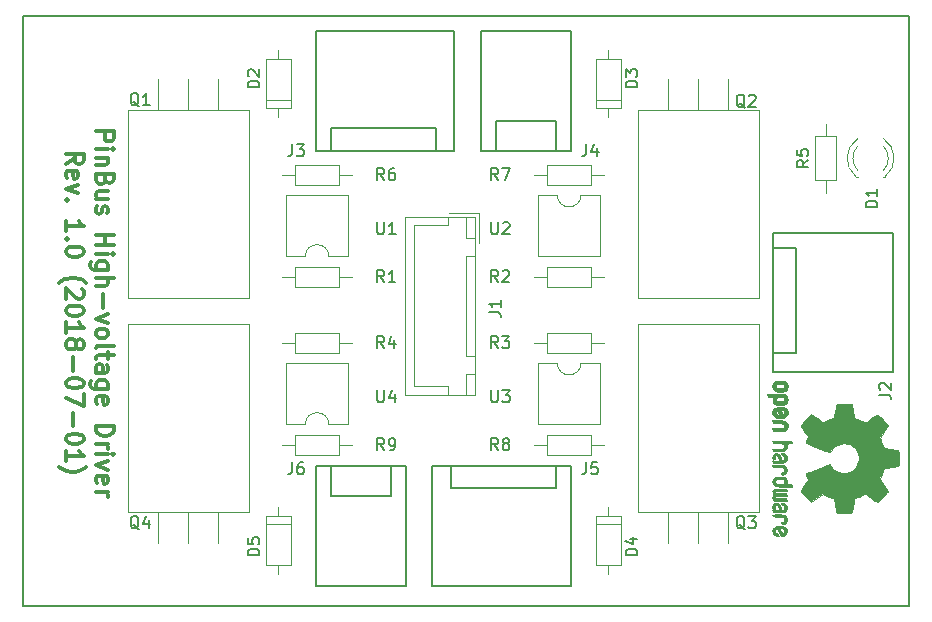
<source format=gbr>
%TF.GenerationSoftware,KiCad,Pcbnew,(5.0.0)*%
%TF.CreationDate,2018-12-15T00:11:35+01:00*%
%TF.ProjectId,high-voltage_driver_V1.0,686967682D766F6C746167655F647269,1.0*%
%TF.SameCoordinates,PXfbec30PYfbec30*%
%TF.FileFunction,Legend,Top*%
%TF.FilePolarity,Positive*%
%FSLAX46Y46*%
G04 Gerber Fmt 4.6, Leading zero omitted, Abs format (unit mm)*
G04 Created by KiCad (PCBNEW (5.0.0)) date 12/15/18 00:11:35*
%MOMM*%
%LPD*%
G01*
G04 APERTURE LIST*
%ADD10C,0.300000*%
%ADD11C,0.150000*%
%ADD12C,0.120000*%
%ADD13C,0.010000*%
G04 APERTURE END LIST*
D10*
X3639428Y-12538857D02*
X4353714Y-12038857D01*
X3639428Y-11681714D02*
X5139428Y-11681714D01*
X5139428Y-12253142D01*
X5068000Y-12396000D01*
X4996571Y-12467428D01*
X4853714Y-12538857D01*
X4639428Y-12538857D01*
X4496571Y-12467428D01*
X4425142Y-12396000D01*
X4353714Y-12253142D01*
X4353714Y-11681714D01*
X3710857Y-13753142D02*
X3639428Y-13610285D01*
X3639428Y-13324571D01*
X3710857Y-13181714D01*
X3853714Y-13110285D01*
X4425142Y-13110285D01*
X4568000Y-13181714D01*
X4639428Y-13324571D01*
X4639428Y-13610285D01*
X4568000Y-13753142D01*
X4425142Y-13824571D01*
X4282285Y-13824571D01*
X4139428Y-13110285D01*
X4639428Y-14324571D02*
X3639428Y-14681714D01*
X4639428Y-15038857D01*
X3782285Y-15610285D02*
X3710857Y-15681714D01*
X3639428Y-15610285D01*
X3710857Y-15538857D01*
X3782285Y-15610285D01*
X3639428Y-15610285D01*
X3639428Y-18253142D02*
X3639428Y-17396000D01*
X3639428Y-17824571D02*
X5139428Y-17824571D01*
X4925142Y-17681714D01*
X4782285Y-17538857D01*
X4710857Y-17396000D01*
X3782285Y-18896000D02*
X3710857Y-18967428D01*
X3639428Y-18896000D01*
X3710857Y-18824571D01*
X3782285Y-18896000D01*
X3639428Y-18896000D01*
X5139428Y-19896000D02*
X5139428Y-20038857D01*
X5068000Y-20181714D01*
X4996571Y-20253142D01*
X4853714Y-20324571D01*
X4568000Y-20396000D01*
X4210857Y-20396000D01*
X3925142Y-20324571D01*
X3782285Y-20253142D01*
X3710857Y-20181714D01*
X3639428Y-20038857D01*
X3639428Y-19896000D01*
X3710857Y-19753142D01*
X3782285Y-19681714D01*
X3925142Y-19610285D01*
X4210857Y-19538857D01*
X4568000Y-19538857D01*
X4853714Y-19610285D01*
X4996571Y-19681714D01*
X5068000Y-19753142D01*
X5139428Y-19896000D01*
X3068000Y-22610285D02*
X3139428Y-22538857D01*
X3353714Y-22396000D01*
X3496571Y-22324571D01*
X3710857Y-22253142D01*
X4068000Y-22181714D01*
X4353714Y-22181714D01*
X4710857Y-22253142D01*
X4925142Y-22324571D01*
X5068000Y-22396000D01*
X5282285Y-22538857D01*
X5353714Y-22610285D01*
X4996571Y-23110285D02*
X5068000Y-23181714D01*
X5139428Y-23324571D01*
X5139428Y-23681714D01*
X5068000Y-23824571D01*
X4996571Y-23896000D01*
X4853714Y-23967428D01*
X4710857Y-23967428D01*
X4496571Y-23896000D01*
X3639428Y-23038857D01*
X3639428Y-23967428D01*
X5139428Y-24896000D02*
X5139428Y-25038857D01*
X5068000Y-25181714D01*
X4996571Y-25253142D01*
X4853714Y-25324571D01*
X4568000Y-25396000D01*
X4210857Y-25396000D01*
X3925142Y-25324571D01*
X3782285Y-25253142D01*
X3710857Y-25181714D01*
X3639428Y-25038857D01*
X3639428Y-24896000D01*
X3710857Y-24753142D01*
X3782285Y-24681714D01*
X3925142Y-24610285D01*
X4210857Y-24538857D01*
X4568000Y-24538857D01*
X4853714Y-24610285D01*
X4996571Y-24681714D01*
X5068000Y-24753142D01*
X5139428Y-24896000D01*
X3639428Y-26824571D02*
X3639428Y-25967428D01*
X3639428Y-26396000D02*
X5139428Y-26396000D01*
X4925142Y-26253142D01*
X4782285Y-26110285D01*
X4710857Y-25967428D01*
X4496571Y-27681714D02*
X4568000Y-27538857D01*
X4639428Y-27467428D01*
X4782285Y-27396000D01*
X4853714Y-27396000D01*
X4996571Y-27467428D01*
X5068000Y-27538857D01*
X5139428Y-27681714D01*
X5139428Y-27967428D01*
X5068000Y-28110285D01*
X4996571Y-28181714D01*
X4853714Y-28253142D01*
X4782285Y-28253142D01*
X4639428Y-28181714D01*
X4568000Y-28110285D01*
X4496571Y-27967428D01*
X4496571Y-27681714D01*
X4425142Y-27538857D01*
X4353714Y-27467428D01*
X4210857Y-27396000D01*
X3925142Y-27396000D01*
X3782285Y-27467428D01*
X3710857Y-27538857D01*
X3639428Y-27681714D01*
X3639428Y-27967428D01*
X3710857Y-28110285D01*
X3782285Y-28181714D01*
X3925142Y-28253142D01*
X4210857Y-28253142D01*
X4353714Y-28181714D01*
X4425142Y-28110285D01*
X4496571Y-27967428D01*
X4210857Y-28896000D02*
X4210857Y-30038857D01*
X5139428Y-31038857D02*
X5139428Y-31181714D01*
X5068000Y-31324571D01*
X4996571Y-31396000D01*
X4853714Y-31467428D01*
X4568000Y-31538857D01*
X4210857Y-31538857D01*
X3925142Y-31467428D01*
X3782285Y-31396000D01*
X3710857Y-31324571D01*
X3639428Y-31181714D01*
X3639428Y-31038857D01*
X3710857Y-30896000D01*
X3782285Y-30824571D01*
X3925142Y-30753142D01*
X4210857Y-30681714D01*
X4568000Y-30681714D01*
X4853714Y-30753142D01*
X4996571Y-30824571D01*
X5068000Y-30896000D01*
X5139428Y-31038857D01*
X5139428Y-32038857D02*
X5139428Y-33038857D01*
X3639428Y-32396000D01*
X4210857Y-33610285D02*
X4210857Y-34753142D01*
X5139428Y-35753142D02*
X5139428Y-35896000D01*
X5067999Y-36038857D01*
X4996571Y-36110285D01*
X4853714Y-36181714D01*
X4567999Y-36253142D01*
X4210857Y-36253142D01*
X3925142Y-36181714D01*
X3782285Y-36110285D01*
X3710857Y-36038857D01*
X3639428Y-35896000D01*
X3639428Y-35753142D01*
X3710857Y-35610285D01*
X3782285Y-35538857D01*
X3925142Y-35467428D01*
X4210857Y-35396000D01*
X4567999Y-35396000D01*
X4853714Y-35467428D01*
X4996571Y-35538857D01*
X5067999Y-35610285D01*
X5139428Y-35753142D01*
X3639428Y-37681714D02*
X3639428Y-36824571D01*
X3639428Y-37253142D02*
X5139428Y-37253142D01*
X4925142Y-37110285D01*
X4782285Y-36967428D01*
X4710857Y-36824571D01*
X3067999Y-38181714D02*
X3139428Y-38253142D01*
X3353714Y-38396000D01*
X3496571Y-38467428D01*
X3710857Y-38538857D01*
X4067999Y-38610285D01*
X4353714Y-38610285D01*
X4710857Y-38538857D01*
X4925142Y-38467428D01*
X5067999Y-38396000D01*
X5282285Y-38253142D01*
X5353714Y-38181714D01*
X6179428Y-9788857D02*
X7679428Y-9788857D01*
X7679428Y-10360285D01*
X7608000Y-10503142D01*
X7536571Y-10574571D01*
X7393714Y-10646000D01*
X7179428Y-10646000D01*
X7036571Y-10574571D01*
X6965142Y-10503142D01*
X6893714Y-10360285D01*
X6893714Y-9788857D01*
X6179428Y-11288857D02*
X7179428Y-11288857D01*
X7679428Y-11288857D02*
X7608000Y-11217428D01*
X7536571Y-11288857D01*
X7608000Y-11360285D01*
X7679428Y-11288857D01*
X7536571Y-11288857D01*
X7179428Y-12003142D02*
X6179428Y-12003142D01*
X7036571Y-12003142D02*
X7108000Y-12074571D01*
X7179428Y-12217428D01*
X7179428Y-12431714D01*
X7108000Y-12574571D01*
X6965142Y-12646000D01*
X6179428Y-12646000D01*
X6965142Y-13860285D02*
X6893714Y-14074571D01*
X6822285Y-14145999D01*
X6679428Y-14217428D01*
X6465142Y-14217428D01*
X6322285Y-14145999D01*
X6250857Y-14074571D01*
X6179428Y-13931714D01*
X6179428Y-13360285D01*
X7679428Y-13360285D01*
X7679428Y-13860285D01*
X7608000Y-14003142D01*
X7536571Y-14074571D01*
X7393714Y-14145999D01*
X7250857Y-14145999D01*
X7108000Y-14074571D01*
X7036571Y-14003142D01*
X6965142Y-13860285D01*
X6965142Y-13360285D01*
X7179428Y-15503142D02*
X6179428Y-15503142D01*
X7179428Y-14860285D02*
X6393714Y-14860285D01*
X6250857Y-14931714D01*
X6179428Y-15074571D01*
X6179428Y-15288857D01*
X6250857Y-15431714D01*
X6322285Y-15503142D01*
X6250857Y-16145999D02*
X6179428Y-16288857D01*
X6179428Y-16574571D01*
X6250857Y-16717428D01*
X6393714Y-16788857D01*
X6465142Y-16788857D01*
X6608000Y-16717428D01*
X6679428Y-16574571D01*
X6679428Y-16360285D01*
X6750857Y-16217428D01*
X6893714Y-16145999D01*
X6965142Y-16145999D01*
X7108000Y-16217428D01*
X7179428Y-16360285D01*
X7179428Y-16574571D01*
X7108000Y-16717428D01*
X6179428Y-18574571D02*
X7679428Y-18574571D01*
X6965142Y-18574571D02*
X6965142Y-19431714D01*
X6179428Y-19431714D02*
X7679428Y-19431714D01*
X6179428Y-20146000D02*
X7179428Y-20146000D01*
X7679428Y-20146000D02*
X7608000Y-20074571D01*
X7536571Y-20146000D01*
X7608000Y-20217428D01*
X7679428Y-20146000D01*
X7536571Y-20146000D01*
X7179428Y-21503142D02*
X5965142Y-21503142D01*
X5822285Y-21431714D01*
X5750857Y-21360285D01*
X5679428Y-21217428D01*
X5679428Y-21003142D01*
X5750857Y-20860285D01*
X6250857Y-21503142D02*
X6179428Y-21360285D01*
X6179428Y-21074571D01*
X6250857Y-20931714D01*
X6322285Y-20860285D01*
X6465142Y-20788857D01*
X6893714Y-20788857D01*
X7036571Y-20860285D01*
X7108000Y-20931714D01*
X7179428Y-21074571D01*
X7179428Y-21360285D01*
X7108000Y-21503142D01*
X6179428Y-22217428D02*
X7679428Y-22217428D01*
X6179428Y-22860285D02*
X6965142Y-22860285D01*
X7108000Y-22788857D01*
X7179428Y-22646000D01*
X7179428Y-22431714D01*
X7108000Y-22288857D01*
X7036571Y-22217428D01*
X6750857Y-23574571D02*
X6750857Y-24717428D01*
X7179428Y-25288857D02*
X6179428Y-25645999D01*
X7179428Y-26003142D01*
X6179428Y-26788857D02*
X6250857Y-26646000D01*
X6322285Y-26574571D01*
X6465142Y-26503142D01*
X6893714Y-26503142D01*
X7036571Y-26574571D01*
X7108000Y-26646000D01*
X7179428Y-26788857D01*
X7179428Y-27003142D01*
X7108000Y-27146000D01*
X7036571Y-27217428D01*
X6893714Y-27288857D01*
X6465142Y-27288857D01*
X6322285Y-27217428D01*
X6250857Y-27146000D01*
X6179428Y-27003142D01*
X6179428Y-26788857D01*
X6179428Y-28146000D02*
X6250857Y-28003142D01*
X6393714Y-27931714D01*
X7679428Y-27931714D01*
X7179428Y-28503142D02*
X7179428Y-29074571D01*
X7679428Y-28717428D02*
X6393714Y-28717428D01*
X6250857Y-28788857D01*
X6179428Y-28931714D01*
X6179428Y-29074571D01*
X6179428Y-30217428D02*
X6965142Y-30217428D01*
X7108000Y-30146000D01*
X7179428Y-30003142D01*
X7179428Y-29717428D01*
X7108000Y-29574571D01*
X6250857Y-30217428D02*
X6179428Y-30074571D01*
X6179428Y-29717428D01*
X6250857Y-29574571D01*
X6393714Y-29503142D01*
X6536571Y-29503142D01*
X6679428Y-29574571D01*
X6750857Y-29717428D01*
X6750857Y-30074571D01*
X6822285Y-30217428D01*
X7179428Y-31574571D02*
X5965142Y-31574571D01*
X5822285Y-31503142D01*
X5750857Y-31431714D01*
X5679428Y-31288857D01*
X5679428Y-31074571D01*
X5750857Y-30931714D01*
X6250857Y-31574571D02*
X6179428Y-31431714D01*
X6179428Y-31146000D01*
X6250857Y-31003142D01*
X6322285Y-30931714D01*
X6465142Y-30860285D01*
X6893714Y-30860285D01*
X7036571Y-30931714D01*
X7108000Y-31003142D01*
X7179428Y-31146000D01*
X7179428Y-31431714D01*
X7108000Y-31574571D01*
X6250857Y-32860285D02*
X6179428Y-32717428D01*
X6179428Y-32431714D01*
X6250857Y-32288857D01*
X6393714Y-32217428D01*
X6965142Y-32217428D01*
X7108000Y-32288857D01*
X7179428Y-32431714D01*
X7179428Y-32717428D01*
X7108000Y-32860285D01*
X6965142Y-32931714D01*
X6822285Y-32931714D01*
X6679428Y-32217428D01*
X6179428Y-34717428D02*
X7679428Y-34717428D01*
X7679428Y-35074571D01*
X7608000Y-35288857D01*
X7465142Y-35431714D01*
X7322285Y-35503142D01*
X7036571Y-35574571D01*
X6822285Y-35574571D01*
X6536571Y-35503142D01*
X6393714Y-35431714D01*
X6250857Y-35288857D01*
X6179428Y-35074571D01*
X6179428Y-34717428D01*
X6179428Y-36217428D02*
X7179428Y-36217428D01*
X6893714Y-36217428D02*
X7036571Y-36288857D01*
X7107999Y-36360285D01*
X7179428Y-36503142D01*
X7179428Y-36646000D01*
X6179428Y-37146000D02*
X7179428Y-37146000D01*
X7679428Y-37146000D02*
X7607999Y-37074571D01*
X7536571Y-37146000D01*
X7607999Y-37217428D01*
X7679428Y-37146000D01*
X7536571Y-37146000D01*
X7179428Y-37717428D02*
X6179428Y-38074571D01*
X7179428Y-38431714D01*
X6250857Y-39574571D02*
X6179428Y-39431714D01*
X6179428Y-39146000D01*
X6250857Y-39003142D01*
X6393714Y-38931714D01*
X6965142Y-38931714D01*
X7107999Y-39003142D01*
X7179428Y-39146000D01*
X7179428Y-39431714D01*
X7107999Y-39574571D01*
X6965142Y-39646000D01*
X6822285Y-39646000D01*
X6679428Y-38931714D01*
X6179428Y-40288857D02*
X7179428Y-40288857D01*
X6893714Y-40288857D02*
X7036571Y-40360285D01*
X7107999Y-40431714D01*
X7179428Y-40574571D01*
X7179428Y-40717428D01*
D11*
X75000000Y-50000000D02*
X0Y-50000000D01*
X75000000Y0D02*
X75000000Y-50000000D01*
X0Y0D02*
X0Y-50000000D01*
X0Y0D02*
X75000000Y0D01*
D12*
X44368000Y-35462000D02*
X44368000Y-37182000D01*
X44368000Y-37182000D02*
X48088000Y-37182000D01*
X48088000Y-37182000D02*
X48088000Y-35462000D01*
X48088000Y-35462000D02*
X44368000Y-35462000D01*
X43298000Y-36322000D02*
X44368000Y-36322000D01*
X49158000Y-36322000D02*
X48088000Y-36322000D01*
X70676392Y-10392665D02*
G75*
G03X70519484Y-13625000I1078608J-1672335D01*
G01*
X72833608Y-10392665D02*
G75*
G02X72990516Y-13625000I-1078608J-1672335D01*
G01*
X70675163Y-11023870D02*
G75*
G03X70675000Y-13105961I1079837J-1041130D01*
G01*
X72834837Y-11023870D02*
G75*
G02X72835000Y-13105961I-1079837J-1041130D01*
G01*
X70519000Y-13625000D02*
X70675000Y-13625000D01*
X72835000Y-13625000D02*
X72991000Y-13625000D01*
X38264000Y-17008000D02*
X32314000Y-17008000D01*
X32314000Y-17008000D02*
X32314000Y-32108000D01*
X32314000Y-32108000D02*
X38264000Y-32108000D01*
X38264000Y-32108000D02*
X38264000Y-17008000D01*
X38264000Y-20308000D02*
X37514000Y-20308000D01*
X37514000Y-20308000D02*
X37514000Y-28808000D01*
X37514000Y-28808000D02*
X38264000Y-28808000D01*
X38264000Y-28808000D02*
X38264000Y-20308000D01*
X38264000Y-17008000D02*
X37514000Y-17008000D01*
X37514000Y-17008000D02*
X37514000Y-18808000D01*
X37514000Y-18808000D02*
X38264000Y-18808000D01*
X38264000Y-18808000D02*
X38264000Y-17008000D01*
X38264000Y-30308000D02*
X37514000Y-30308000D01*
X37514000Y-30308000D02*
X37514000Y-32108000D01*
X37514000Y-32108000D02*
X38264000Y-32108000D01*
X38264000Y-32108000D02*
X38264000Y-30308000D01*
X36014000Y-17008000D02*
X36014000Y-17758000D01*
X36014000Y-17758000D02*
X33064000Y-17758000D01*
X33064000Y-17758000D02*
X33064000Y-24558000D01*
X36014000Y-32108000D02*
X36014000Y-31358000D01*
X36014000Y-31358000D02*
X33064000Y-31358000D01*
X33064000Y-31358000D02*
X33064000Y-24558000D01*
X38564000Y-19208000D02*
X38564000Y-16708000D01*
X38564000Y-16708000D02*
X36064000Y-16708000D01*
D11*
X63500000Y-19685000D02*
X65405000Y-19685000D01*
X65405000Y-19685000D02*
X65405000Y-28575000D01*
X65405000Y-28575000D02*
X63500000Y-28575000D01*
X73660000Y-18415000D02*
X73660000Y-30162500D01*
X73660000Y-30162500D02*
X63500000Y-30162500D01*
X63500000Y-30162500D02*
X63500000Y-18415000D01*
X63500000Y-18415000D02*
X73660000Y-18415000D01*
X26035000Y-11430000D02*
X26035000Y-9525000D01*
X26035000Y-9525000D02*
X34925000Y-9525000D01*
X34925000Y-9525000D02*
X34925000Y-11430000D01*
X24765000Y-1270000D02*
X36512500Y-1270000D01*
X36512500Y-1270000D02*
X36512500Y-11430000D01*
X36512500Y-11430000D02*
X24765000Y-11430000D01*
X24765000Y-11430000D02*
X24765000Y-1270000D01*
X40005000Y-11430000D02*
X40005000Y-8890000D01*
X40005000Y-8890000D02*
X45085000Y-8890000D01*
X45085000Y-8890000D02*
X45085000Y-11430000D01*
X46355000Y-11430000D02*
X38735000Y-11430000D01*
X38735000Y-11430000D02*
X38735000Y-1270000D01*
X38735000Y-1270000D02*
X46355000Y-1270000D01*
X46355000Y-1270000D02*
X46355000Y-11430000D01*
X45085000Y-38100000D02*
X45085000Y-40005000D01*
X45085000Y-40005000D02*
X36195000Y-40005000D01*
X36195000Y-40005000D02*
X36195000Y-38100000D01*
X46355000Y-48260000D02*
X34607500Y-48260000D01*
X34607500Y-48260000D02*
X34607500Y-38100000D01*
X34607500Y-38100000D02*
X46355000Y-38100000D01*
X46355000Y-38100000D02*
X46355000Y-48260000D01*
X31115000Y-38100000D02*
X31115000Y-40640000D01*
X31115000Y-40640000D02*
X26035000Y-40640000D01*
X26035000Y-40640000D02*
X26035000Y-38100000D01*
X24765000Y-38100000D02*
X32385000Y-38100000D01*
X32385000Y-38100000D02*
X32385000Y-48260000D01*
X32385000Y-48260000D02*
X24765000Y-48260000D01*
X24765000Y-48260000D02*
X24765000Y-38100000D01*
D12*
X19090000Y-8008000D02*
X8850000Y-8008000D01*
X19090000Y-23898000D02*
X8850000Y-23898000D01*
X19090000Y-23898000D02*
X19090000Y-8008000D01*
X8850000Y-23898000D02*
X8850000Y-8008000D01*
X16510000Y-8008000D02*
X16510000Y-5368000D01*
X13970000Y-8008000D02*
X13970000Y-5384000D01*
X11430000Y-8008000D02*
X11430000Y-5384000D01*
X62270000Y-8008000D02*
X52030000Y-8008000D01*
X62270000Y-23898000D02*
X52030000Y-23898000D01*
X62270000Y-23898000D02*
X62270000Y-8008000D01*
X52030000Y-23898000D02*
X52030000Y-8008000D01*
X59690000Y-8008000D02*
X59690000Y-5368000D01*
X57150000Y-8008000D02*
X57150000Y-5384000D01*
X54610000Y-8008000D02*
X54610000Y-5384000D01*
X52030000Y-42030000D02*
X62270000Y-42030000D01*
X52030000Y-26140000D02*
X62270000Y-26140000D01*
X52030000Y-26140000D02*
X52030000Y-42030000D01*
X62270000Y-26140000D02*
X62270000Y-42030000D01*
X54610000Y-42030000D02*
X54610000Y-44670000D01*
X57150000Y-42030000D02*
X57150000Y-44654000D01*
X59690000Y-42030000D02*
X59690000Y-44654000D01*
X8850000Y-42030000D02*
X19090000Y-42030000D01*
X8850000Y-26140000D02*
X19090000Y-26140000D01*
X8850000Y-26140000D02*
X8850000Y-42030000D01*
X19090000Y-26140000D02*
X19090000Y-42030000D01*
X11430000Y-42030000D02*
X11430000Y-44670000D01*
X13970000Y-42030000D02*
X13970000Y-44654000D01*
X16510000Y-42030000D02*
X16510000Y-44654000D01*
X26752000Y-22958000D02*
X26752000Y-21238000D01*
X26752000Y-21238000D02*
X23032000Y-21238000D01*
X23032000Y-21238000D02*
X23032000Y-22958000D01*
X23032000Y-22958000D02*
X26752000Y-22958000D01*
X27822000Y-22098000D02*
X26752000Y-22098000D01*
X21962000Y-22098000D02*
X23032000Y-22098000D01*
X44368000Y-21238000D02*
X44368000Y-22958000D01*
X44368000Y-22958000D02*
X48088000Y-22958000D01*
X48088000Y-22958000D02*
X48088000Y-21238000D01*
X48088000Y-21238000D02*
X44368000Y-21238000D01*
X43298000Y-22098000D02*
X44368000Y-22098000D01*
X49158000Y-22098000D02*
X48088000Y-22098000D01*
X44368000Y-26826000D02*
X44368000Y-28546000D01*
X44368000Y-28546000D02*
X48088000Y-28546000D01*
X48088000Y-28546000D02*
X48088000Y-26826000D01*
X48088000Y-26826000D02*
X44368000Y-26826000D01*
X43298000Y-27686000D02*
X44368000Y-27686000D01*
X49158000Y-27686000D02*
X48088000Y-27686000D01*
X26752000Y-28546000D02*
X26752000Y-26826000D01*
X26752000Y-26826000D02*
X23032000Y-26826000D01*
X23032000Y-26826000D02*
X23032000Y-28546000D01*
X23032000Y-28546000D02*
X26752000Y-28546000D01*
X27822000Y-27686000D02*
X26752000Y-27686000D01*
X21962000Y-27686000D02*
X23032000Y-27686000D01*
X68805000Y-10205000D02*
X67085000Y-10205000D01*
X67085000Y-10205000D02*
X67085000Y-13925000D01*
X67085000Y-13925000D02*
X68805000Y-13925000D01*
X68805000Y-13925000D02*
X68805000Y-10205000D01*
X67945000Y-9135000D02*
X67945000Y-10205000D01*
X67945000Y-14995000D02*
X67945000Y-13925000D01*
X26752000Y-14322000D02*
X26752000Y-12602000D01*
X26752000Y-12602000D02*
X23032000Y-12602000D01*
X23032000Y-12602000D02*
X23032000Y-14322000D01*
X23032000Y-14322000D02*
X26752000Y-14322000D01*
X27822000Y-13462000D02*
X26752000Y-13462000D01*
X21962000Y-13462000D02*
X23032000Y-13462000D01*
X44368000Y-12602000D02*
X44368000Y-14322000D01*
X44368000Y-14322000D02*
X48088000Y-14322000D01*
X48088000Y-14322000D02*
X48088000Y-12602000D01*
X48088000Y-12602000D02*
X44368000Y-12602000D01*
X43298000Y-13462000D02*
X44368000Y-13462000D01*
X49158000Y-13462000D02*
X48088000Y-13462000D01*
X26752000Y-37182000D02*
X26752000Y-35462000D01*
X26752000Y-35462000D02*
X23032000Y-35462000D01*
X23032000Y-35462000D02*
X23032000Y-37182000D01*
X23032000Y-37182000D02*
X26752000Y-37182000D01*
X27822000Y-36322000D02*
X26752000Y-36322000D01*
X21962000Y-36322000D02*
X23032000Y-36322000D01*
X23892000Y-20380000D02*
G75*
G02X25892000Y-20380000I1000000J0D01*
G01*
X25892000Y-20380000D02*
X27542000Y-20380000D01*
X27542000Y-20380000D02*
X27542000Y-15180000D01*
X27542000Y-15180000D02*
X22242000Y-15180000D01*
X22242000Y-15180000D02*
X22242000Y-20380000D01*
X22242000Y-20380000D02*
X23892000Y-20380000D01*
X47228000Y-15180000D02*
G75*
G02X45228000Y-15180000I-1000000J0D01*
G01*
X45228000Y-15180000D02*
X43578000Y-15180000D01*
X43578000Y-15180000D02*
X43578000Y-20380000D01*
X43578000Y-20380000D02*
X48878000Y-20380000D01*
X48878000Y-20380000D02*
X48878000Y-15180000D01*
X48878000Y-15180000D02*
X47228000Y-15180000D01*
X47228000Y-29404000D02*
G75*
G02X45228000Y-29404000I-1000000J0D01*
G01*
X45228000Y-29404000D02*
X43578000Y-29404000D01*
X43578000Y-29404000D02*
X43578000Y-34604000D01*
X43578000Y-34604000D02*
X48878000Y-34604000D01*
X48878000Y-34604000D02*
X48878000Y-29404000D01*
X48878000Y-29404000D02*
X47228000Y-29404000D01*
X23892000Y-34604000D02*
G75*
G02X25892000Y-34604000I1000000J0D01*
G01*
X25892000Y-34604000D02*
X27542000Y-34604000D01*
X27542000Y-34604000D02*
X27542000Y-29404000D01*
X27542000Y-29404000D02*
X22242000Y-29404000D01*
X22242000Y-29404000D02*
X22242000Y-34604000D01*
X22242000Y-34604000D02*
X23892000Y-34604000D01*
X20530000Y-7775000D02*
X22650000Y-7775000D01*
X22650000Y-7775000D02*
X22650000Y-3655000D01*
X22650000Y-3655000D02*
X20530000Y-3655000D01*
X20530000Y-3655000D02*
X20530000Y-7775000D01*
X21590000Y-8545000D02*
X21590000Y-7775000D01*
X21590000Y-2885000D02*
X21590000Y-3655000D01*
X20530000Y-7115000D02*
X22650000Y-7115000D01*
X48470000Y-7775000D02*
X50590000Y-7775000D01*
X50590000Y-7775000D02*
X50590000Y-3655000D01*
X50590000Y-3655000D02*
X48470000Y-3655000D01*
X48470000Y-3655000D02*
X48470000Y-7775000D01*
X49530000Y-8545000D02*
X49530000Y-7775000D01*
X49530000Y-2885000D02*
X49530000Y-3655000D01*
X48470000Y-7115000D02*
X50590000Y-7115000D01*
X50590000Y-42390000D02*
X48470000Y-42390000D01*
X48470000Y-42390000D02*
X48470000Y-46510000D01*
X48470000Y-46510000D02*
X50590000Y-46510000D01*
X50590000Y-46510000D02*
X50590000Y-42390000D01*
X49530000Y-41620000D02*
X49530000Y-42390000D01*
X49530000Y-47280000D02*
X49530000Y-46510000D01*
X50590000Y-43050000D02*
X48470000Y-43050000D01*
X22650000Y-42390000D02*
X20530000Y-42390000D01*
X20530000Y-42390000D02*
X20530000Y-46510000D01*
X20530000Y-46510000D02*
X22650000Y-46510000D01*
X22650000Y-46510000D02*
X22650000Y-42390000D01*
X21590000Y-41620000D02*
X21590000Y-42390000D01*
X21590000Y-47280000D02*
X21590000Y-46510000D01*
X22650000Y-43050000D02*
X20530000Y-43050000D01*
D13*
G36*
X64718097Y-32636900D02*
X64662478Y-32748450D01*
X64560069Y-32846908D01*
X64522136Y-32874023D01*
X64472500Y-32903562D01*
X64418588Y-32922728D01*
X64346636Y-32933693D01*
X64242878Y-32938629D01*
X64105899Y-32939713D01*
X63918185Y-32934818D01*
X63777242Y-32917804D01*
X63672092Y-32885177D01*
X63591757Y-32833442D01*
X63525259Y-32759104D01*
X63521322Y-32753642D01*
X63481047Y-32680380D01*
X63461120Y-32592160D01*
X63456207Y-32479962D01*
X63456207Y-32297567D01*
X63279143Y-32297491D01*
X63180530Y-32295793D01*
X63122686Y-32285450D01*
X63087994Y-32258422D01*
X63058836Y-32206668D01*
X63052879Y-32194239D01*
X63024961Y-32136077D01*
X63007328Y-32091044D01*
X63005806Y-32057559D01*
X63026219Y-32034038D01*
X63074393Y-32018900D01*
X63156154Y-32010563D01*
X63277328Y-32007444D01*
X63443740Y-32007960D01*
X63661215Y-32010529D01*
X63726264Y-32011332D01*
X63950498Y-32014222D01*
X64097179Y-32016812D01*
X64097179Y-32297414D01*
X63972674Y-32298991D01*
X63891213Y-32306000D01*
X63837485Y-32321858D01*
X63796177Y-32349981D01*
X63776029Y-32369075D01*
X63717079Y-32447135D01*
X63712280Y-32516247D01*
X63760962Y-32587560D01*
X63762759Y-32589368D01*
X63800382Y-32618383D01*
X63851516Y-32636033D01*
X63930262Y-32644936D01*
X64050724Y-32647709D01*
X64077412Y-32647759D01*
X64243417Y-32641058D01*
X64358495Y-32619248D01*
X64428746Y-32579765D01*
X64460271Y-32520044D01*
X64463448Y-32485528D01*
X64448540Y-32403611D01*
X64399452Y-32347421D01*
X64309638Y-32313598D01*
X64172555Y-32298780D01*
X64097179Y-32297414D01*
X64097179Y-32016812D01*
X64124048Y-32017287D01*
X64254618Y-32021247D01*
X64349913Y-32026826D01*
X64417636Y-32034746D01*
X64465493Y-32045731D01*
X64501187Y-32060501D01*
X64532422Y-32079782D01*
X64544176Y-32088049D01*
X64655203Y-32197712D01*
X64718153Y-32336365D01*
X64735703Y-32496754D01*
X64718097Y-32636900D01*
X64718097Y-32636900D01*
G37*
X64718097Y-32636900D02*
X64662478Y-32748450D01*
X64560069Y-32846908D01*
X64522136Y-32874023D01*
X64472500Y-32903562D01*
X64418588Y-32922728D01*
X64346636Y-32933693D01*
X64242878Y-32938629D01*
X64105899Y-32939713D01*
X63918185Y-32934818D01*
X63777242Y-32917804D01*
X63672092Y-32885177D01*
X63591757Y-32833442D01*
X63525259Y-32759104D01*
X63521322Y-32753642D01*
X63481047Y-32680380D01*
X63461120Y-32592160D01*
X63456207Y-32479962D01*
X63456207Y-32297567D01*
X63279143Y-32297491D01*
X63180530Y-32295793D01*
X63122686Y-32285450D01*
X63087994Y-32258422D01*
X63058836Y-32206668D01*
X63052879Y-32194239D01*
X63024961Y-32136077D01*
X63007328Y-32091044D01*
X63005806Y-32057559D01*
X63026219Y-32034038D01*
X63074393Y-32018900D01*
X63156154Y-32010563D01*
X63277328Y-32007444D01*
X63443740Y-32007960D01*
X63661215Y-32010529D01*
X63726264Y-32011332D01*
X63950498Y-32014222D01*
X64097179Y-32016812D01*
X64097179Y-32297414D01*
X63972674Y-32298991D01*
X63891213Y-32306000D01*
X63837485Y-32321858D01*
X63796177Y-32349981D01*
X63776029Y-32369075D01*
X63717079Y-32447135D01*
X63712280Y-32516247D01*
X63760962Y-32587560D01*
X63762759Y-32589368D01*
X63800382Y-32618383D01*
X63851516Y-32636033D01*
X63930262Y-32644936D01*
X64050724Y-32647709D01*
X64077412Y-32647759D01*
X64243417Y-32641058D01*
X64358495Y-32619248D01*
X64428746Y-32579765D01*
X64460271Y-32520044D01*
X64463448Y-32485528D01*
X64448540Y-32403611D01*
X64399452Y-32347421D01*
X64309638Y-32313598D01*
X64172555Y-32298780D01*
X64097179Y-32297414D01*
X64097179Y-32016812D01*
X64124048Y-32017287D01*
X64254618Y-32021247D01*
X64349913Y-32026826D01*
X64417636Y-32034746D01*
X64465493Y-32045731D01*
X64501187Y-32060501D01*
X64532422Y-32079782D01*
X64544176Y-32088049D01*
X64655203Y-32197712D01*
X64718153Y-32336365D01*
X64735703Y-32496754D01*
X64718097Y-32636900D01*
G36*
X64702281Y-34882429D02*
X64648086Y-34976123D01*
X64594293Y-35041264D01*
X64537934Y-35088907D01*
X64469013Y-35121728D01*
X64377532Y-35142406D01*
X64253494Y-35153620D01*
X64086902Y-35158049D01*
X63967149Y-35158563D01*
X63526341Y-35158563D01*
X63470717Y-35034483D01*
X63415093Y-34910402D01*
X63897905Y-34895805D01*
X64078221Y-34889773D01*
X64209099Y-34883445D01*
X64299489Y-34875606D01*
X64358336Y-34865037D01*
X64394587Y-34850523D01*
X64417190Y-34830848D01*
X64422083Y-34824535D01*
X64460294Y-34728888D01*
X64445173Y-34632207D01*
X64405057Y-34574655D01*
X64376630Y-34551245D01*
X64339328Y-34535039D01*
X64282777Y-34524741D01*
X64196606Y-34519049D01*
X64070442Y-34516664D01*
X63938958Y-34516264D01*
X63774001Y-34516186D01*
X63657239Y-34513361D01*
X63578490Y-34503907D01*
X63527569Y-34483940D01*
X63494294Y-34449576D01*
X63468480Y-34396932D01*
X63441656Y-34326617D01*
X63412458Y-34249820D01*
X63930654Y-34258962D01*
X64117461Y-34262643D01*
X64255510Y-34266950D01*
X64354432Y-34273123D01*
X64423855Y-34282402D01*
X64473410Y-34296027D01*
X64512727Y-34315239D01*
X64547416Y-34338402D01*
X64658230Y-34450152D01*
X64722311Y-34586513D01*
X64737661Y-34734825D01*
X64702281Y-34882429D01*
X64702281Y-34882429D01*
G37*
X64702281Y-34882429D02*
X64648086Y-34976123D01*
X64594293Y-35041264D01*
X64537934Y-35088907D01*
X64469013Y-35121728D01*
X64377532Y-35142406D01*
X64253494Y-35153620D01*
X64086902Y-35158049D01*
X63967149Y-35158563D01*
X63526341Y-35158563D01*
X63470717Y-35034483D01*
X63415093Y-34910402D01*
X63897905Y-34895805D01*
X64078221Y-34889773D01*
X64209099Y-34883445D01*
X64299489Y-34875606D01*
X64358336Y-34865037D01*
X64394587Y-34850523D01*
X64417190Y-34830848D01*
X64422083Y-34824535D01*
X64460294Y-34728888D01*
X64445173Y-34632207D01*
X64405057Y-34574655D01*
X64376630Y-34551245D01*
X64339328Y-34535039D01*
X64282777Y-34524741D01*
X64196606Y-34519049D01*
X64070442Y-34516664D01*
X63938958Y-34516264D01*
X63774001Y-34516186D01*
X63657239Y-34513361D01*
X63578490Y-34503907D01*
X63527569Y-34483940D01*
X63494294Y-34449576D01*
X63468480Y-34396932D01*
X63441656Y-34326617D01*
X63412458Y-34249820D01*
X63930654Y-34258962D01*
X64117461Y-34262643D01*
X64255510Y-34266950D01*
X64354432Y-34273123D01*
X64423855Y-34282402D01*
X64473410Y-34296027D01*
X64512727Y-34315239D01*
X64547416Y-34338402D01*
X64658230Y-34450152D01*
X64722311Y-34586513D01*
X64737661Y-34734825D01*
X64702281Y-34882429D01*
G36*
X64713985Y-31513221D02*
X64642032Y-31650061D01*
X64526234Y-31751051D01*
X64451787Y-31786925D01*
X64340008Y-31814839D01*
X64198773Y-31829129D01*
X64044629Y-31830484D01*
X63894121Y-31819595D01*
X63763795Y-31797153D01*
X63670197Y-31763850D01*
X63654078Y-31753615D01*
X63533751Y-31632382D01*
X63461683Y-31488387D01*
X63440592Y-31332139D01*
X63473198Y-31174148D01*
X63492747Y-31130180D01*
X63552988Y-31044556D01*
X63632865Y-30969408D01*
X63642996Y-30962306D01*
X63691819Y-30933439D01*
X63744010Y-30914357D01*
X63812715Y-30903084D01*
X63911082Y-30897645D01*
X64052256Y-30896062D01*
X64083908Y-30896035D01*
X64093981Y-30896107D01*
X64093981Y-31187989D01*
X63960744Y-31189687D01*
X63872326Y-31196372D01*
X63815215Y-31210425D01*
X63775898Y-31234229D01*
X63762759Y-31246379D01*
X63712828Y-31316236D01*
X63715105Y-31384059D01*
X63758416Y-31452635D01*
X63804654Y-31493535D01*
X63872143Y-31517758D01*
X63978567Y-31531361D01*
X63990980Y-31532294D01*
X64183853Y-31534616D01*
X64327100Y-31510350D01*
X64419840Y-31459824D01*
X64461193Y-31383368D01*
X64463448Y-31356076D01*
X64452107Y-31284411D01*
X64412816Y-31235390D01*
X64337674Y-31205418D01*
X64218778Y-31190899D01*
X64093981Y-31187989D01*
X64093981Y-30896107D01*
X64234341Y-30897122D01*
X64339451Y-30901688D01*
X64412286Y-30911688D01*
X64465892Y-30929079D01*
X64513319Y-30955816D01*
X64522136Y-30961724D01*
X64640993Y-31061032D01*
X64709992Y-31169242D01*
X64737381Y-31300981D01*
X64738719Y-31345717D01*
X64713985Y-31513221D01*
X64713985Y-31513221D01*
G37*
X64713985Y-31513221D02*
X64642032Y-31650061D01*
X64526234Y-31751051D01*
X64451787Y-31786925D01*
X64340008Y-31814839D01*
X64198773Y-31829129D01*
X64044629Y-31830484D01*
X63894121Y-31819595D01*
X63763795Y-31797153D01*
X63670197Y-31763850D01*
X63654078Y-31753615D01*
X63533751Y-31632382D01*
X63461683Y-31488387D01*
X63440592Y-31332139D01*
X63473198Y-31174148D01*
X63492747Y-31130180D01*
X63552988Y-31044556D01*
X63632865Y-30969408D01*
X63642996Y-30962306D01*
X63691819Y-30933439D01*
X63744010Y-30914357D01*
X63812715Y-30903084D01*
X63911082Y-30897645D01*
X64052256Y-30896062D01*
X64083908Y-30896035D01*
X64093981Y-30896107D01*
X64093981Y-31187989D01*
X63960744Y-31189687D01*
X63872326Y-31196372D01*
X63815215Y-31210425D01*
X63775898Y-31234229D01*
X63762759Y-31246379D01*
X63712828Y-31316236D01*
X63715105Y-31384059D01*
X63758416Y-31452635D01*
X63804654Y-31493535D01*
X63872143Y-31517758D01*
X63978567Y-31531361D01*
X63990980Y-31532294D01*
X64183853Y-31534616D01*
X64327100Y-31510350D01*
X64419840Y-31459824D01*
X64461193Y-31383368D01*
X64463448Y-31356076D01*
X64452107Y-31284411D01*
X64412816Y-31235390D01*
X64337674Y-31205418D01*
X64218778Y-31190899D01*
X64093981Y-31187989D01*
X64093981Y-30896107D01*
X64234341Y-30897122D01*
X64339451Y-30901688D01*
X64412286Y-30911688D01*
X64465892Y-30929079D01*
X64513319Y-30955816D01*
X64522136Y-30961724D01*
X64640993Y-31061032D01*
X64709992Y-31169242D01*
X64737381Y-31300981D01*
X64738719Y-31345717D01*
X64713985Y-31513221D01*
G36*
X64695324Y-33780552D02*
X64617889Y-33895658D01*
X64506051Y-33984611D01*
X64363735Y-34037749D01*
X64258985Y-34048497D01*
X64215274Y-34047276D01*
X64181806Y-34037056D01*
X64151821Y-34008961D01*
X64118560Y-33954116D01*
X64075262Y-33863645D01*
X64015167Y-33728672D01*
X64014866Y-33727989D01*
X63957963Y-33603751D01*
X63907435Y-33501873D01*
X63868720Y-33432767D01*
X63847260Y-33406846D01*
X63847087Y-33406839D01*
X63800356Y-33429685D01*
X63748846Y-33483109D01*
X63711739Y-33544442D01*
X63704368Y-33575515D01*
X63729862Y-33660289D01*
X63793709Y-33733293D01*
X63863906Y-33768913D01*
X63915657Y-33803180D01*
X63974591Y-33870303D01*
X64025504Y-33949208D01*
X64053191Y-34018821D01*
X64054713Y-34033377D01*
X64029679Y-34049763D01*
X63965689Y-34050750D01*
X63879407Y-34038708D01*
X63787499Y-34016007D01*
X63706631Y-33985014D01*
X63703491Y-33983448D01*
X63573266Y-33890181D01*
X63484689Y-33769304D01*
X63441214Y-33632027D01*
X63446294Y-33489560D01*
X63503384Y-33353112D01*
X63507398Y-33347045D01*
X63604674Y-33239710D01*
X63731591Y-33169132D01*
X63898474Y-33130074D01*
X63945361Y-33124832D01*
X64166671Y-33115548D01*
X64269876Y-33126678D01*
X64269876Y-33406839D01*
X64205497Y-33410479D01*
X64186709Y-33430389D01*
X64200765Y-33480026D01*
X64233991Y-33558267D01*
X64275641Y-33645726D01*
X64276744Y-33647899D01*
X64315735Y-33722030D01*
X64341756Y-33751781D01*
X64369035Y-33744445D01*
X64404879Y-33713553D01*
X64456749Y-33634960D01*
X64460561Y-33550323D01*
X64422811Y-33474403D01*
X64349999Y-33421965D01*
X64269876Y-33406839D01*
X64269876Y-33126678D01*
X64343739Y-33134644D01*
X64484171Y-33183634D01*
X64582553Y-33251836D01*
X64681970Y-33374935D01*
X64731289Y-33510528D01*
X64734432Y-33648955D01*
X64695324Y-33780552D01*
X64695324Y-33780552D01*
G37*
X64695324Y-33780552D02*
X64617889Y-33895658D01*
X64506051Y-33984611D01*
X64363735Y-34037749D01*
X64258985Y-34048497D01*
X64215274Y-34047276D01*
X64181806Y-34037056D01*
X64151821Y-34008961D01*
X64118560Y-33954116D01*
X64075262Y-33863645D01*
X64015167Y-33728672D01*
X64014866Y-33727989D01*
X63957963Y-33603751D01*
X63907435Y-33501873D01*
X63868720Y-33432767D01*
X63847260Y-33406846D01*
X63847087Y-33406839D01*
X63800356Y-33429685D01*
X63748846Y-33483109D01*
X63711739Y-33544442D01*
X63704368Y-33575515D01*
X63729862Y-33660289D01*
X63793709Y-33733293D01*
X63863906Y-33768913D01*
X63915657Y-33803180D01*
X63974591Y-33870303D01*
X64025504Y-33949208D01*
X64053191Y-34018821D01*
X64054713Y-34033377D01*
X64029679Y-34049763D01*
X63965689Y-34050750D01*
X63879407Y-34038708D01*
X63787499Y-34016007D01*
X63706631Y-33985014D01*
X63703491Y-33983448D01*
X63573266Y-33890181D01*
X63484689Y-33769304D01*
X63441214Y-33632027D01*
X63446294Y-33489560D01*
X63503384Y-33353112D01*
X63507398Y-33347045D01*
X63604674Y-33239710D01*
X63731591Y-33169132D01*
X63898474Y-33130074D01*
X63945361Y-33124832D01*
X64166671Y-33115548D01*
X64269876Y-33126678D01*
X64269876Y-33406839D01*
X64205497Y-33410479D01*
X64186709Y-33430389D01*
X64200765Y-33480026D01*
X64233991Y-33558267D01*
X64275641Y-33645726D01*
X64276744Y-33647899D01*
X64315735Y-33722030D01*
X64341756Y-33751781D01*
X64369035Y-33744445D01*
X64404879Y-33713553D01*
X64456749Y-33634960D01*
X64460561Y-33550323D01*
X64422811Y-33474403D01*
X64349999Y-33421965D01*
X64269876Y-33406839D01*
X64269876Y-33126678D01*
X64343739Y-33134644D01*
X64484171Y-33183634D01*
X64582553Y-33251836D01*
X64681970Y-33374935D01*
X64731289Y-33510528D01*
X64734432Y-33648955D01*
X64695324Y-33780552D01*
G36*
X64856143Y-36209598D02*
X64736812Y-36218154D01*
X64666494Y-36227981D01*
X64635821Y-36241599D01*
X64635429Y-36261527D01*
X64639090Y-36267989D01*
X64665602Y-36353940D01*
X64664054Y-36465745D01*
X64636801Y-36579414D01*
X64601545Y-36650510D01*
X64545222Y-36723405D01*
X64481481Y-36776693D01*
X64400490Y-36813275D01*
X64292414Y-36836050D01*
X64147420Y-36847919D01*
X63955674Y-36851782D01*
X63918891Y-36851851D01*
X63505712Y-36851897D01*
X63473661Y-36759954D01*
X63451856Y-36694652D01*
X63441703Y-36658824D01*
X63441609Y-36657770D01*
X63469140Y-36654242D01*
X63545077Y-36651239D01*
X63659435Y-36648990D01*
X63802231Y-36647724D01*
X63889049Y-36647529D01*
X64060227Y-36647123D01*
X64182912Y-36645032D01*
X64267000Y-36639947D01*
X64322386Y-36630560D01*
X64358968Y-36615561D01*
X64386641Y-36593642D01*
X64399968Y-36579957D01*
X64453672Y-36485949D01*
X64457693Y-36383364D01*
X64412275Y-36290290D01*
X64395877Y-36273078D01*
X64365043Y-36247832D01*
X64328469Y-36230320D01*
X64275585Y-36219142D01*
X64195823Y-36212896D01*
X64078615Y-36210182D01*
X63917009Y-36209598D01*
X63505712Y-36209598D01*
X63473661Y-36117655D01*
X63451856Y-36052353D01*
X63441703Y-36016525D01*
X63441609Y-36015471D01*
X63469552Y-36012775D01*
X63548370Y-36010345D01*
X63670547Y-36008278D01*
X63828568Y-36006671D01*
X64014917Y-36005623D01*
X64222080Y-36005231D01*
X64231294Y-36005230D01*
X65020980Y-36005230D01*
X65061003Y-36100115D01*
X65101027Y-36195000D01*
X64856143Y-36209598D01*
X64856143Y-36209598D01*
G37*
X64856143Y-36209598D02*
X64736812Y-36218154D01*
X64666494Y-36227981D01*
X64635821Y-36241599D01*
X64635429Y-36261527D01*
X64639090Y-36267989D01*
X64665602Y-36353940D01*
X64664054Y-36465745D01*
X64636801Y-36579414D01*
X64601545Y-36650510D01*
X64545222Y-36723405D01*
X64481481Y-36776693D01*
X64400490Y-36813275D01*
X64292414Y-36836050D01*
X64147420Y-36847919D01*
X63955674Y-36851782D01*
X63918891Y-36851851D01*
X63505712Y-36851897D01*
X63473661Y-36759954D01*
X63451856Y-36694652D01*
X63441703Y-36658824D01*
X63441609Y-36657770D01*
X63469140Y-36654242D01*
X63545077Y-36651239D01*
X63659435Y-36648990D01*
X63802231Y-36647724D01*
X63889049Y-36647529D01*
X64060227Y-36647123D01*
X64182912Y-36645032D01*
X64267000Y-36639947D01*
X64322386Y-36630560D01*
X64358968Y-36615561D01*
X64386641Y-36593642D01*
X64399968Y-36579957D01*
X64453672Y-36485949D01*
X64457693Y-36383364D01*
X64412275Y-36290290D01*
X64395877Y-36273078D01*
X64365043Y-36247832D01*
X64328469Y-36230320D01*
X64275585Y-36219142D01*
X64195823Y-36212896D01*
X64078615Y-36210182D01*
X63917009Y-36209598D01*
X63505712Y-36209598D01*
X63473661Y-36117655D01*
X63451856Y-36052353D01*
X63441703Y-36016525D01*
X63441609Y-36015471D01*
X63469552Y-36012775D01*
X63548370Y-36010345D01*
X63670547Y-36008278D01*
X63828568Y-36006671D01*
X64014917Y-36005623D01*
X64222080Y-36005231D01*
X64231294Y-36005230D01*
X65020980Y-36005230D01*
X65061003Y-36100115D01*
X65101027Y-36195000D01*
X64856143Y-36209598D01*
G36*
X64655640Y-37544944D02*
X64613158Y-37659343D01*
X64612342Y-37660652D01*
X64560270Y-37731403D01*
X64499416Y-37783636D01*
X64420113Y-37820371D01*
X64312691Y-37844634D01*
X64167483Y-37859445D01*
X63974821Y-37867829D01*
X63947372Y-37868564D01*
X63533479Y-37879120D01*
X63487544Y-37790291D01*
X63456502Y-37726018D01*
X63441794Y-37687210D01*
X63441609Y-37685415D01*
X63468750Y-37678700D01*
X63541959Y-37673365D01*
X63648919Y-37670083D01*
X63735531Y-37669368D01*
X63875838Y-37669351D01*
X63963949Y-37662937D01*
X64005975Y-37640580D01*
X64008025Y-37592732D01*
X63976210Y-37509849D01*
X63917728Y-37384713D01*
X63869155Y-37292697D01*
X63827014Y-37245371D01*
X63781084Y-37231458D01*
X63778811Y-37231437D01*
X63699689Y-37254395D01*
X63656945Y-37322370D01*
X63650754Y-37426398D01*
X63651828Y-37501330D01*
X63630247Y-37540839D01*
X63578409Y-37565478D01*
X63512368Y-37579659D01*
X63474896Y-37559223D01*
X63469533Y-37551528D01*
X63447994Y-37479083D01*
X63444945Y-37377633D01*
X63459222Y-37273157D01*
X63485312Y-37199125D01*
X63572215Y-37096772D01*
X63693184Y-37038591D01*
X63787692Y-37027069D01*
X63872938Y-37035862D01*
X63942524Y-37067680D01*
X64004328Y-37130684D01*
X64066228Y-37233031D01*
X64136103Y-37382882D01*
X64140052Y-37392012D01*
X64202412Y-37526997D01*
X64253554Y-37610294D01*
X64299512Y-37645997D01*
X64346317Y-37638203D01*
X64400002Y-37591007D01*
X64412356Y-37576894D01*
X64460259Y-37482359D01*
X64458242Y-37384406D01*
X64411276Y-37299097D01*
X64324331Y-37242496D01*
X64307266Y-37237237D01*
X64224496Y-37186023D01*
X64184628Y-37121037D01*
X64145118Y-37027069D01*
X64247342Y-37027069D01*
X64395928Y-37055653D01*
X64532216Y-37140495D01*
X64577809Y-37184645D01*
X64636326Y-37285005D01*
X64662816Y-37412635D01*
X64655640Y-37544944D01*
X64655640Y-37544944D01*
G37*
X64655640Y-37544944D02*
X64613158Y-37659343D01*
X64612342Y-37660652D01*
X64560270Y-37731403D01*
X64499416Y-37783636D01*
X64420113Y-37820371D01*
X64312691Y-37844634D01*
X64167483Y-37859445D01*
X63974821Y-37867829D01*
X63947372Y-37868564D01*
X63533479Y-37879120D01*
X63487544Y-37790291D01*
X63456502Y-37726018D01*
X63441794Y-37687210D01*
X63441609Y-37685415D01*
X63468750Y-37678700D01*
X63541959Y-37673365D01*
X63648919Y-37670083D01*
X63735531Y-37669368D01*
X63875838Y-37669351D01*
X63963949Y-37662937D01*
X64005975Y-37640580D01*
X64008025Y-37592732D01*
X63976210Y-37509849D01*
X63917728Y-37384713D01*
X63869155Y-37292697D01*
X63827014Y-37245371D01*
X63781084Y-37231458D01*
X63778811Y-37231437D01*
X63699689Y-37254395D01*
X63656945Y-37322370D01*
X63650754Y-37426398D01*
X63651828Y-37501330D01*
X63630247Y-37540839D01*
X63578409Y-37565478D01*
X63512368Y-37579659D01*
X63474896Y-37559223D01*
X63469533Y-37551528D01*
X63447994Y-37479083D01*
X63444945Y-37377633D01*
X63459222Y-37273157D01*
X63485312Y-37199125D01*
X63572215Y-37096772D01*
X63693184Y-37038591D01*
X63787692Y-37027069D01*
X63872938Y-37035862D01*
X63942524Y-37067680D01*
X64004328Y-37130684D01*
X64066228Y-37233031D01*
X64136103Y-37382882D01*
X64140052Y-37392012D01*
X64202412Y-37526997D01*
X64253554Y-37610294D01*
X64299512Y-37645997D01*
X64346317Y-37638203D01*
X64400002Y-37591007D01*
X64412356Y-37576894D01*
X64460259Y-37482359D01*
X64458242Y-37384406D01*
X64411276Y-37299097D01*
X64324331Y-37242496D01*
X64307266Y-37237237D01*
X64224496Y-37186023D01*
X64184628Y-37121037D01*
X64145118Y-37027069D01*
X64247342Y-37027069D01*
X64395928Y-37055653D01*
X64532216Y-37140495D01*
X64577809Y-37184645D01*
X64636326Y-37285005D01*
X64662816Y-37412635D01*
X64655640Y-37544944D01*
G36*
X64658080Y-38530943D02*
X64609141Y-38663565D01*
X64522581Y-38771010D01*
X64461648Y-38813032D01*
X64349839Y-38858843D01*
X64268994Y-38857891D01*
X64214622Y-38809808D01*
X64205376Y-38792017D01*
X64176550Y-38715204D01*
X64183935Y-38675976D01*
X64232342Y-38662689D01*
X64259080Y-38662012D01*
X64357452Y-38637686D01*
X64426266Y-38574281D01*
X64459502Y-38486154D01*
X64451139Y-38387663D01*
X64407704Y-38307602D01*
X64382928Y-38280561D01*
X64352871Y-38261394D01*
X64307435Y-38248446D01*
X64236524Y-38240064D01*
X64130040Y-38234593D01*
X63977888Y-38230378D01*
X63929713Y-38229287D01*
X63764905Y-38225307D01*
X63648912Y-38220781D01*
X63572167Y-38213995D01*
X63525107Y-38203231D01*
X63498165Y-38186773D01*
X63481777Y-38162906D01*
X63474537Y-38147626D01*
X63449780Y-38082733D01*
X63441609Y-38044534D01*
X63468897Y-38031912D01*
X63551397Y-38024208D01*
X63690059Y-38021380D01*
X63885838Y-38023386D01*
X63916035Y-38024011D01*
X64094651Y-38028421D01*
X64225077Y-38033635D01*
X64317508Y-38041055D01*
X64382142Y-38052082D01*
X64429175Y-38068117D01*
X64468804Y-38090561D01*
X64485785Y-38102302D01*
X64560920Y-38169619D01*
X64619362Y-38244910D01*
X64624464Y-38254128D01*
X64664740Y-38389133D01*
X64658080Y-38530943D01*
X64658080Y-38530943D01*
G37*
X64658080Y-38530943D02*
X64609141Y-38663565D01*
X64522581Y-38771010D01*
X64461648Y-38813032D01*
X64349839Y-38858843D01*
X64268994Y-38857891D01*
X64214622Y-38809808D01*
X64205376Y-38792017D01*
X64176550Y-38715204D01*
X64183935Y-38675976D01*
X64232342Y-38662689D01*
X64259080Y-38662012D01*
X64357452Y-38637686D01*
X64426266Y-38574281D01*
X64459502Y-38486154D01*
X64451139Y-38387663D01*
X64407704Y-38307602D01*
X64382928Y-38280561D01*
X64352871Y-38261394D01*
X64307435Y-38248446D01*
X64236524Y-38240064D01*
X64130040Y-38234593D01*
X63977888Y-38230378D01*
X63929713Y-38229287D01*
X63764905Y-38225307D01*
X63648912Y-38220781D01*
X63572167Y-38213995D01*
X63525107Y-38203231D01*
X63498165Y-38186773D01*
X63481777Y-38162906D01*
X63474537Y-38147626D01*
X63449780Y-38082733D01*
X63441609Y-38044534D01*
X63468897Y-38031912D01*
X63551397Y-38024208D01*
X63690059Y-38021380D01*
X63885838Y-38023386D01*
X63916035Y-38024011D01*
X64094651Y-38028421D01*
X64225077Y-38033635D01*
X64317508Y-38041055D01*
X64382142Y-38052082D01*
X64429175Y-38068117D01*
X64468804Y-38090561D01*
X64485785Y-38102302D01*
X64560920Y-38169619D01*
X64619362Y-38244910D01*
X64624464Y-38254128D01*
X64664740Y-38389133D01*
X64658080Y-38530943D01*
G36*
X64425545Y-39858914D02*
X64207339Y-39858543D01*
X64039481Y-39857108D01*
X63913930Y-39854002D01*
X63822645Y-39848622D01*
X63757585Y-39840362D01*
X63710709Y-39828616D01*
X63673976Y-39812781D01*
X63653009Y-39800790D01*
X63539306Y-39701490D01*
X63468035Y-39575588D01*
X63442462Y-39436291D01*
X63465850Y-39296805D01*
X63507881Y-39213743D01*
X63580589Y-39126545D01*
X63669388Y-39067117D01*
X63785680Y-39031261D01*
X63940865Y-39014781D01*
X64054713Y-39012447D01*
X64062894Y-39012761D01*
X64062894Y-39216724D01*
X63932343Y-39217970D01*
X63845920Y-39223678D01*
X63789382Y-39236804D01*
X63748486Y-39260306D01*
X63717638Y-39288386D01*
X63658095Y-39382688D01*
X63653008Y-39483940D01*
X63702721Y-39579636D01*
X63709457Y-39587084D01*
X63744498Y-39618874D01*
X63786189Y-39638808D01*
X63848238Y-39649600D01*
X63944356Y-39653965D01*
X64050621Y-39654655D01*
X64184120Y-39653159D01*
X64273178Y-39646964D01*
X64331707Y-39633514D01*
X64373618Y-39610251D01*
X64395877Y-39591175D01*
X64452015Y-39502563D01*
X64458765Y-39400508D01*
X64415886Y-39303095D01*
X64399968Y-39284296D01*
X64364618Y-39252293D01*
X64322498Y-39232318D01*
X64259749Y-39221593D01*
X64162513Y-39217339D01*
X64062894Y-39216724D01*
X64062894Y-39012761D01*
X64238053Y-39019504D01*
X64375805Y-39043472D01*
X64479368Y-39088548D01*
X64560144Y-39158928D01*
X64601545Y-39213743D01*
X64646272Y-39313376D01*
X64667033Y-39428855D01*
X64661475Y-39536199D01*
X64639057Y-39596264D01*
X64632677Y-39619835D01*
X64656465Y-39635477D01*
X64720212Y-39646395D01*
X64817313Y-39654655D01*
X64925459Y-39663699D01*
X64990525Y-39676261D01*
X65027732Y-39699119D01*
X65052301Y-39739051D01*
X65063181Y-39764138D01*
X65102928Y-39859023D01*
X64425545Y-39858914D01*
X64425545Y-39858914D01*
G37*
X64425545Y-39858914D02*
X64207339Y-39858543D01*
X64039481Y-39857108D01*
X63913930Y-39854002D01*
X63822645Y-39848622D01*
X63757585Y-39840362D01*
X63710709Y-39828616D01*
X63673976Y-39812781D01*
X63653009Y-39800790D01*
X63539306Y-39701490D01*
X63468035Y-39575588D01*
X63442462Y-39436291D01*
X63465850Y-39296805D01*
X63507881Y-39213743D01*
X63580589Y-39126545D01*
X63669388Y-39067117D01*
X63785680Y-39031261D01*
X63940865Y-39014781D01*
X64054713Y-39012447D01*
X64062894Y-39012761D01*
X64062894Y-39216724D01*
X63932343Y-39217970D01*
X63845920Y-39223678D01*
X63789382Y-39236804D01*
X63748486Y-39260306D01*
X63717638Y-39288386D01*
X63658095Y-39382688D01*
X63653008Y-39483940D01*
X63702721Y-39579636D01*
X63709457Y-39587084D01*
X63744498Y-39618874D01*
X63786189Y-39638808D01*
X63848238Y-39649600D01*
X63944356Y-39653965D01*
X64050621Y-39654655D01*
X64184120Y-39653159D01*
X64273178Y-39646964D01*
X64331707Y-39633514D01*
X64373618Y-39610251D01*
X64395877Y-39591175D01*
X64452015Y-39502563D01*
X64458765Y-39400508D01*
X64415886Y-39303095D01*
X64399968Y-39284296D01*
X64364618Y-39252293D01*
X64322498Y-39232318D01*
X64259749Y-39221593D01*
X64162513Y-39217339D01*
X64062894Y-39216724D01*
X64062894Y-39012761D01*
X64238053Y-39019504D01*
X64375805Y-39043472D01*
X64479368Y-39088548D01*
X64560144Y-39158928D01*
X64601545Y-39213743D01*
X64646272Y-39313376D01*
X64667033Y-39428855D01*
X64661475Y-39536199D01*
X64639057Y-39596264D01*
X64632677Y-39619835D01*
X64656465Y-39635477D01*
X64720212Y-39646395D01*
X64817313Y-39654655D01*
X64925459Y-39663699D01*
X64990525Y-39676261D01*
X65027732Y-39699119D01*
X65052301Y-39739051D01*
X65063181Y-39764138D01*
X65102928Y-39859023D01*
X64425545Y-39858914D01*
G36*
X64640160Y-41045124D02*
X64563347Y-41049579D01*
X64446609Y-41053071D01*
X64299179Y-41055315D01*
X64144545Y-41056035D01*
X63621273Y-41056035D01*
X63528883Y-40963645D01*
X63471953Y-40899978D01*
X63448893Y-40844089D01*
X63450353Y-40767702D01*
X63454066Y-40737380D01*
X63464874Y-40642610D01*
X63471067Y-40564222D01*
X63471639Y-40545115D01*
X63467898Y-40480699D01*
X63458506Y-40388571D01*
X63454066Y-40352850D01*
X63447199Y-40265114D01*
X63462115Y-40206153D01*
X63508165Y-40147690D01*
X63528883Y-40126585D01*
X63621273Y-40034195D01*
X64600053Y-40034195D01*
X64633934Y-40108558D01*
X64659030Y-40172590D01*
X64667816Y-40210052D01*
X64640050Y-40219657D01*
X64562470Y-40228635D01*
X64443652Y-40236386D01*
X64292172Y-40242314D01*
X64164195Y-40245173D01*
X63660575Y-40253161D01*
X63650722Y-40322848D01*
X63657611Y-40386229D01*
X63679917Y-40417286D01*
X63721621Y-40425967D01*
X63810456Y-40433378D01*
X63935166Y-40438931D01*
X64084493Y-40442036D01*
X64161339Y-40442484D01*
X64603713Y-40442931D01*
X64635765Y-40534874D01*
X64657557Y-40599949D01*
X64667719Y-40635347D01*
X64667816Y-40636368D01*
X64640191Y-40639920D01*
X64563589Y-40643823D01*
X64447421Y-40647751D01*
X64301096Y-40651376D01*
X64164195Y-40653908D01*
X63660575Y-40661897D01*
X63660575Y-40837069D01*
X64120035Y-40845107D01*
X64579495Y-40853146D01*
X64623656Y-40938543D01*
X64653981Y-41001593D01*
X64667742Y-41038910D01*
X64667816Y-41039987D01*
X64640160Y-41045124D01*
X64640160Y-41045124D01*
G37*
X64640160Y-41045124D02*
X64563347Y-41049579D01*
X64446609Y-41053071D01*
X64299179Y-41055315D01*
X64144545Y-41056035D01*
X63621273Y-41056035D01*
X63528883Y-40963645D01*
X63471953Y-40899978D01*
X63448893Y-40844089D01*
X63450353Y-40767702D01*
X63454066Y-40737380D01*
X63464874Y-40642610D01*
X63471067Y-40564222D01*
X63471639Y-40545115D01*
X63467898Y-40480699D01*
X63458506Y-40388571D01*
X63454066Y-40352850D01*
X63447199Y-40265114D01*
X63462115Y-40206153D01*
X63508165Y-40147690D01*
X63528883Y-40126585D01*
X63621273Y-40034195D01*
X64600053Y-40034195D01*
X64633934Y-40108558D01*
X64659030Y-40172590D01*
X64667816Y-40210052D01*
X64640050Y-40219657D01*
X64562470Y-40228635D01*
X64443652Y-40236386D01*
X64292172Y-40242314D01*
X64164195Y-40245173D01*
X63660575Y-40253161D01*
X63650722Y-40322848D01*
X63657611Y-40386229D01*
X63679917Y-40417286D01*
X63721621Y-40425967D01*
X63810456Y-40433378D01*
X63935166Y-40438931D01*
X64084493Y-40442036D01*
X64161339Y-40442484D01*
X64603713Y-40442931D01*
X64635765Y-40534874D01*
X64657557Y-40599949D01*
X64667719Y-40635347D01*
X64667816Y-40636368D01*
X64640191Y-40639920D01*
X64563589Y-40643823D01*
X64447421Y-40647751D01*
X64301096Y-40651376D01*
X64164195Y-40653908D01*
X63660575Y-40661897D01*
X63660575Y-40837069D01*
X64120035Y-40845107D01*
X64579495Y-40853146D01*
X64623656Y-40938543D01*
X64653981Y-41001593D01*
X64667742Y-41038910D01*
X64667816Y-41039987D01*
X64640160Y-41045124D01*
G36*
X64644844Y-41779406D02*
X64606607Y-41863469D01*
X64560274Y-41929450D01*
X64508468Y-41977794D01*
X64441637Y-42011172D01*
X64350231Y-42032253D01*
X64224699Y-42043707D01*
X64055492Y-42048203D01*
X63944067Y-42048678D01*
X63509373Y-42048678D01*
X63475491Y-41974316D01*
X63450728Y-41915746D01*
X63441609Y-41886730D01*
X63468743Y-41881179D01*
X63541906Y-41876775D01*
X63648737Y-41874078D01*
X63733563Y-41873506D01*
X63856113Y-41871046D01*
X63953332Y-41864412D01*
X64012866Y-41854726D01*
X64025517Y-41847032D01*
X64012598Y-41795311D01*
X63979461Y-41714117D01*
X63934539Y-41620102D01*
X63886265Y-41529917D01*
X63843072Y-41460215D01*
X63813392Y-41427648D01*
X63813071Y-41427519D01*
X63758143Y-41430320D01*
X63705708Y-41455439D01*
X63663119Y-41499541D01*
X63648874Y-41563909D01*
X63650534Y-41618921D01*
X63651755Y-41696835D01*
X63633502Y-41737732D01*
X63585274Y-41762295D01*
X63576180Y-41765392D01*
X63507402Y-41776040D01*
X63465640Y-41747565D01*
X63445737Y-41673344D01*
X63442056Y-41593168D01*
X63469342Y-41448890D01*
X63508310Y-41374203D01*
X63599852Y-41281963D01*
X63712218Y-41233043D01*
X63830949Y-41228654D01*
X63941589Y-41270001D01*
X64010920Y-41332197D01*
X64049735Y-41394294D01*
X64098875Y-41491895D01*
X64148708Y-41605632D01*
X64156323Y-41624590D01*
X64211455Y-41749521D01*
X64260046Y-41821539D01*
X64308353Y-41844700D01*
X64362630Y-41823064D01*
X64405057Y-41785920D01*
X64457298Y-41698127D01*
X64461216Y-41601530D01*
X64420959Y-41512944D01*
X64340674Y-41449186D01*
X64319960Y-41440817D01*
X64243775Y-41392096D01*
X64187215Y-41320965D01*
X64140799Y-41231207D01*
X64272416Y-41231207D01*
X64352832Y-41236490D01*
X64416214Y-41259142D01*
X64483837Y-41309367D01*
X64535924Y-41357582D01*
X64609678Y-41432554D01*
X64649298Y-41490806D01*
X64665190Y-41553372D01*
X64667816Y-41624193D01*
X64644844Y-41779406D01*
X64644844Y-41779406D01*
G37*
X64644844Y-41779406D02*
X64606607Y-41863469D01*
X64560274Y-41929450D01*
X64508468Y-41977794D01*
X64441637Y-42011172D01*
X64350231Y-42032253D01*
X64224699Y-42043707D01*
X64055492Y-42048203D01*
X63944067Y-42048678D01*
X63509373Y-42048678D01*
X63475491Y-41974316D01*
X63450728Y-41915746D01*
X63441609Y-41886730D01*
X63468743Y-41881179D01*
X63541906Y-41876775D01*
X63648737Y-41874078D01*
X63733563Y-41873506D01*
X63856113Y-41871046D01*
X63953332Y-41864412D01*
X64012866Y-41854726D01*
X64025517Y-41847032D01*
X64012598Y-41795311D01*
X63979461Y-41714117D01*
X63934539Y-41620102D01*
X63886265Y-41529917D01*
X63843072Y-41460215D01*
X63813392Y-41427648D01*
X63813071Y-41427519D01*
X63758143Y-41430320D01*
X63705708Y-41455439D01*
X63663119Y-41499541D01*
X63648874Y-41563909D01*
X63650534Y-41618921D01*
X63651755Y-41696835D01*
X63633502Y-41737732D01*
X63585274Y-41762295D01*
X63576180Y-41765392D01*
X63507402Y-41776040D01*
X63465640Y-41747565D01*
X63445737Y-41673344D01*
X63442056Y-41593168D01*
X63469342Y-41448890D01*
X63508310Y-41374203D01*
X63599852Y-41281963D01*
X63712218Y-41233043D01*
X63830949Y-41228654D01*
X63941589Y-41270001D01*
X64010920Y-41332197D01*
X64049735Y-41394294D01*
X64098875Y-41491895D01*
X64148708Y-41605632D01*
X64156323Y-41624590D01*
X64211455Y-41749521D01*
X64260046Y-41821539D01*
X64308353Y-41844700D01*
X64362630Y-41823064D01*
X64405057Y-41785920D01*
X64457298Y-41698127D01*
X64461216Y-41601530D01*
X64420959Y-41512944D01*
X64340674Y-41449186D01*
X64319960Y-41440817D01*
X64243775Y-41392096D01*
X64187215Y-41320965D01*
X64140799Y-41231207D01*
X64272416Y-41231207D01*
X64352832Y-41236490D01*
X64416214Y-41259142D01*
X64483837Y-41309367D01*
X64535924Y-41357582D01*
X64609678Y-41432554D01*
X64649298Y-41490806D01*
X64665190Y-41553372D01*
X64667816Y-41624193D01*
X64644844Y-41779406D01*
G36*
X64639982Y-42800690D02*
X64624731Y-42835585D01*
X64558765Y-42918877D01*
X64463382Y-42990103D01*
X64361594Y-43034153D01*
X64311413Y-43041322D01*
X64241353Y-43017285D01*
X64204283Y-42964561D01*
X64181836Y-42908031D01*
X64177700Y-42882146D01*
X64207717Y-42869542D01*
X64273039Y-42844654D01*
X64302555Y-42833735D01*
X64404652Y-42772508D01*
X64455577Y-42683861D01*
X64454011Y-42570193D01*
X64452006Y-42561774D01*
X64423233Y-42501088D01*
X64367141Y-42456474D01*
X64276837Y-42426002D01*
X64145429Y-42407744D01*
X63966026Y-42399771D01*
X63870567Y-42399023D01*
X63720087Y-42398652D01*
X63617505Y-42396223D01*
X63552328Y-42389760D01*
X63514062Y-42377288D01*
X63492215Y-42356833D01*
X63476293Y-42326419D01*
X63475491Y-42324661D01*
X63450728Y-42266091D01*
X63441609Y-42237075D01*
X63469178Y-42232616D01*
X63545380Y-42228799D01*
X63660459Y-42225899D01*
X63804659Y-42224191D01*
X63910186Y-42223851D01*
X64114387Y-42225588D01*
X64269303Y-42232382D01*
X64383976Y-42246607D01*
X64467449Y-42270638D01*
X64528764Y-42306848D01*
X64576966Y-42357612D01*
X64610607Y-42407739D01*
X64655381Y-42528275D01*
X64665479Y-42668557D01*
X64639982Y-42800690D01*
X64639982Y-42800690D01*
G37*
X64639982Y-42800690D02*
X64624731Y-42835585D01*
X64558765Y-42918877D01*
X64463382Y-42990103D01*
X64361594Y-43034153D01*
X64311413Y-43041322D01*
X64241353Y-43017285D01*
X64204283Y-42964561D01*
X64181836Y-42908031D01*
X64177700Y-42882146D01*
X64207717Y-42869542D01*
X64273039Y-42844654D01*
X64302555Y-42833735D01*
X64404652Y-42772508D01*
X64455577Y-42683861D01*
X64454011Y-42570193D01*
X64452006Y-42561774D01*
X64423233Y-42501088D01*
X64367141Y-42456474D01*
X64276837Y-42426002D01*
X64145429Y-42407744D01*
X63966026Y-42399771D01*
X63870567Y-42399023D01*
X63720087Y-42398652D01*
X63617505Y-42396223D01*
X63552328Y-42389760D01*
X63514062Y-42377288D01*
X63492215Y-42356833D01*
X63476293Y-42326419D01*
X63475491Y-42324661D01*
X63450728Y-42266091D01*
X63441609Y-42237075D01*
X63469178Y-42232616D01*
X63545380Y-42228799D01*
X63660459Y-42225899D01*
X63804659Y-42224191D01*
X63910186Y-42223851D01*
X64114387Y-42225588D01*
X64269303Y-42232382D01*
X64383976Y-42246607D01*
X64467449Y-42270638D01*
X64528764Y-42306848D01*
X64576966Y-42357612D01*
X64610607Y-42407739D01*
X64655381Y-42528275D01*
X64665479Y-42668557D01*
X64639982Y-42800690D01*
G36*
X64623460Y-43808439D02*
X64547966Y-43923950D01*
X64480383Y-43979664D01*
X64357745Y-44023804D01*
X64260702Y-44027309D01*
X64130944Y-44019368D01*
X63999961Y-43720115D01*
X63933042Y-43574611D01*
X63879210Y-43479537D01*
X63832584Y-43430101D01*
X63787280Y-43421511D01*
X63737418Y-43448972D01*
X63704368Y-43479253D01*
X63651367Y-43567363D01*
X63647653Y-43663196D01*
X63688959Y-43751212D01*
X63771017Y-43815869D01*
X63799992Y-43827433D01*
X63890491Y-43882825D01*
X63929060Y-43946553D01*
X63962054Y-44033966D01*
X63836966Y-44033966D01*
X63751844Y-44026238D01*
X63680062Y-43995966D01*
X63597644Y-43932518D01*
X63586934Y-43923088D01*
X63513609Y-43852513D01*
X63474258Y-43791847D01*
X63456155Y-43715950D01*
X63450226Y-43653030D01*
X63448749Y-43540487D01*
X63467465Y-43460370D01*
X63495253Y-43410390D01*
X63556359Y-43331838D01*
X63622446Y-43277463D01*
X63705559Y-43243052D01*
X63817746Y-43224388D01*
X63971054Y-43217256D01*
X64048864Y-43216687D01*
X64142147Y-43218622D01*
X64142147Y-43394899D01*
X64092104Y-43396944D01*
X64083908Y-43402039D01*
X64095042Y-43435666D01*
X64124507Y-43508030D01*
X64166399Y-43604747D01*
X64175403Y-43624973D01*
X64237558Y-43747203D01*
X64292185Y-43814547D01*
X64343351Y-43829348D01*
X64395124Y-43793947D01*
X64418000Y-43764711D01*
X64463750Y-43659216D01*
X64456192Y-43560476D01*
X64400349Y-43477812D01*
X64301247Y-43420548D01*
X64222586Y-43402188D01*
X64142147Y-43394899D01*
X64142147Y-43218622D01*
X64230649Y-43220459D01*
X64365147Y-43234359D01*
X64463084Y-43261894D01*
X64535189Y-43306572D01*
X64592187Y-43371901D01*
X64610607Y-43400383D01*
X64658578Y-43529763D01*
X64661597Y-43671412D01*
X64623460Y-43808439D01*
X64623460Y-43808439D01*
G37*
X64623460Y-43808439D02*
X64547966Y-43923950D01*
X64480383Y-43979664D01*
X64357745Y-44023804D01*
X64260702Y-44027309D01*
X64130944Y-44019368D01*
X63999961Y-43720115D01*
X63933042Y-43574611D01*
X63879210Y-43479537D01*
X63832584Y-43430101D01*
X63787280Y-43421511D01*
X63737418Y-43448972D01*
X63704368Y-43479253D01*
X63651367Y-43567363D01*
X63647653Y-43663196D01*
X63688959Y-43751212D01*
X63771017Y-43815869D01*
X63799992Y-43827433D01*
X63890491Y-43882825D01*
X63929060Y-43946553D01*
X63962054Y-44033966D01*
X63836966Y-44033966D01*
X63751844Y-44026238D01*
X63680062Y-43995966D01*
X63597644Y-43932518D01*
X63586934Y-43923088D01*
X63513609Y-43852513D01*
X63474258Y-43791847D01*
X63456155Y-43715950D01*
X63450226Y-43653030D01*
X63448749Y-43540487D01*
X63467465Y-43460370D01*
X63495253Y-43410390D01*
X63556359Y-43331838D01*
X63622446Y-43277463D01*
X63705559Y-43243052D01*
X63817746Y-43224388D01*
X63971054Y-43217256D01*
X64048864Y-43216687D01*
X64142147Y-43218622D01*
X64142147Y-43394899D01*
X64092104Y-43396944D01*
X64083908Y-43402039D01*
X64095042Y-43435666D01*
X64124507Y-43508030D01*
X64166399Y-43604747D01*
X64175403Y-43624973D01*
X64237558Y-43747203D01*
X64292185Y-43814547D01*
X64343351Y-43829348D01*
X64395124Y-43793947D01*
X64418000Y-43764711D01*
X64463750Y-43659216D01*
X64456192Y-43560476D01*
X64400349Y-43477812D01*
X64301247Y-43420548D01*
X64222586Y-43402188D01*
X64142147Y-43394899D01*
X64142147Y-43218622D01*
X64230649Y-43220459D01*
X64365147Y-43234359D01*
X64463084Y-43261894D01*
X64535189Y-43306572D01*
X64592187Y-43371901D01*
X64610607Y-43400383D01*
X64658578Y-43529763D01*
X64661597Y-43671412D01*
X64623460Y-43808439D01*
G36*
X74127002Y-37674014D02*
X74126137Y-37832006D01*
X74123795Y-37946347D01*
X74119238Y-38024407D01*
X74111730Y-38073554D01*
X74100534Y-38101159D01*
X74084912Y-38114592D01*
X74064127Y-38121221D01*
X74061437Y-38121865D01*
X74012887Y-38131935D01*
X73917095Y-38150575D01*
X73784257Y-38175845D01*
X73624569Y-38205807D01*
X73448226Y-38238522D01*
X73442033Y-38239664D01*
X73269218Y-38272433D01*
X73116531Y-38303093D01*
X72993129Y-38329664D01*
X72908169Y-38350167D01*
X72870810Y-38362626D01*
X72870148Y-38363220D01*
X72851905Y-38399919D01*
X72821503Y-38475586D01*
X72785507Y-38573878D01*
X72785315Y-38574425D01*
X72738778Y-38698233D01*
X72679496Y-38844196D01*
X72619891Y-38981781D01*
X72616944Y-38988293D01*
X72515235Y-39212390D01*
X72854103Y-39708619D01*
X72957408Y-39860846D01*
X73049763Y-39998741D01*
X73125916Y-40114315D01*
X73180615Y-40199579D01*
X73208607Y-40246544D01*
X73210683Y-40251004D01*
X73201440Y-40285134D01*
X73156844Y-40348881D01*
X73074791Y-40444731D01*
X72953179Y-40575169D01*
X72823795Y-40708328D01*
X72696298Y-40836694D01*
X72579954Y-40951581D01*
X72481948Y-41046073D01*
X72409464Y-41113253D01*
X72369687Y-41146206D01*
X72367639Y-41147432D01*
X72340344Y-41151074D01*
X72295766Y-41137350D01*
X72227888Y-41102869D01*
X72130689Y-41044239D01*
X71998149Y-40958070D01*
X71827524Y-40843200D01*
X71677345Y-40741254D01*
X71542650Y-40650123D01*
X71431260Y-40575073D01*
X71350995Y-40521369D01*
X71309675Y-40494280D01*
X71306870Y-40492574D01*
X71267279Y-40495882D01*
X71190331Y-40520953D01*
X71090568Y-40562798D01*
X71058709Y-40577712D01*
X70916774Y-40642786D01*
X70755727Y-40712212D01*
X70616379Y-40768609D01*
X70512956Y-40809247D01*
X70434358Y-40841526D01*
X70393280Y-40860178D01*
X70390115Y-40862497D01*
X70384872Y-40896803D01*
X70370506Y-40977669D01*
X70349063Y-41094343D01*
X70322587Y-41236075D01*
X70293123Y-41392110D01*
X70262717Y-41551698D01*
X70233412Y-41704085D01*
X70207255Y-41838521D01*
X70186290Y-41944252D01*
X70172561Y-42010526D01*
X70168680Y-42026782D01*
X70159100Y-42043573D01*
X70137464Y-42056249D01*
X70096469Y-42065378D01*
X70028811Y-42071531D01*
X69927188Y-42075280D01*
X69784297Y-42077192D01*
X69592835Y-42077840D01*
X69514355Y-42077874D01*
X68876094Y-42077874D01*
X68845840Y-41924598D01*
X68829436Y-41839322D01*
X68805491Y-41712070D01*
X68776893Y-41558315D01*
X68746533Y-41393534D01*
X68738194Y-41347989D01*
X68708630Y-41195932D01*
X68679558Y-41063468D01*
X68653671Y-40961714D01*
X68633663Y-40901788D01*
X68627699Y-40891805D01*
X68585466Y-40867293D01*
X68503630Y-40832148D01*
X68398317Y-40793173D01*
X68375632Y-40785442D01*
X68234982Y-40734360D01*
X68076286Y-40670954D01*
X67933775Y-40608904D01*
X67933114Y-40608598D01*
X67709560Y-40505267D01*
X66709768Y-41184961D01*
X66272700Y-40748621D01*
X66142619Y-40616649D01*
X66027952Y-40496279D01*
X65934819Y-40394273D01*
X65869342Y-40317391D01*
X65837643Y-40272393D01*
X65835632Y-40265938D01*
X65851471Y-40228040D01*
X65895504Y-40150708D01*
X65962510Y-40042389D01*
X66047266Y-39911532D01*
X66142184Y-39770052D01*
X66239002Y-39626461D01*
X66323249Y-39498435D01*
X66389742Y-39394105D01*
X66433298Y-39321600D01*
X66448736Y-39289158D01*
X66435672Y-39249576D01*
X66401250Y-39174519D01*
X66352620Y-39079468D01*
X66347215Y-39069392D01*
X66283020Y-38941391D01*
X66251537Y-38853618D01*
X66251202Y-38799028D01*
X66280452Y-38770575D01*
X66280862Y-38770410D01*
X66315502Y-38756188D01*
X66397731Y-38722269D01*
X66521186Y-38671284D01*
X66679502Y-38605862D01*
X66866314Y-38528634D01*
X67075258Y-38442229D01*
X67277554Y-38358551D01*
X67500800Y-38266588D01*
X67707608Y-38182150D01*
X67891638Y-38107769D01*
X68046549Y-38045974D01*
X68166004Y-37999297D01*
X68243661Y-37970268D01*
X68272644Y-37961322D01*
X68305890Y-37983756D01*
X68358877Y-38042439D01*
X68417296Y-38120689D01*
X68602048Y-38343534D01*
X68813818Y-38517718D01*
X69048144Y-38641154D01*
X69300566Y-38711754D01*
X69566623Y-38727431D01*
X69689425Y-38716036D01*
X69944207Y-38653950D01*
X70169199Y-38547023D01*
X70362183Y-38401889D01*
X70520939Y-38225178D01*
X70643250Y-38023522D01*
X70726895Y-37803554D01*
X70769656Y-37571906D01*
X70769313Y-37335209D01*
X70723648Y-37100095D01*
X70630441Y-36873196D01*
X70487473Y-36661144D01*
X70406617Y-36572636D01*
X70198993Y-36402889D01*
X69972105Y-36284699D01*
X69732567Y-36217278D01*
X69486993Y-36199840D01*
X69241997Y-36231598D01*
X69004192Y-36311765D01*
X68780193Y-36439555D01*
X68576613Y-36614180D01*
X68417296Y-36809312D01*
X68356398Y-36890591D01*
X68303985Y-36948009D01*
X68272594Y-36968678D01*
X68238361Y-36957856D01*
X68156581Y-36927077D01*
X68033593Y-36878874D01*
X67875737Y-36815778D01*
X67689351Y-36740322D01*
X67480774Y-36655038D01*
X67277504Y-36571219D01*
X67054067Y-36478745D01*
X66847016Y-36393089D01*
X66662714Y-36316882D01*
X66507525Y-36252753D01*
X66387812Y-36203332D01*
X66309939Y-36171248D01*
X66280862Y-36159359D01*
X66251323Y-36131274D01*
X66251409Y-36076949D01*
X66282674Y-35989395D01*
X66346671Y-35861619D01*
X66347215Y-35860608D01*
X66396879Y-35764402D01*
X66433055Y-35686631D01*
X66448592Y-35642777D01*
X66448736Y-35640842D01*
X66432976Y-35607829D01*
X66389150Y-35534946D01*
X66322443Y-35430322D01*
X66238036Y-35302090D01*
X66142184Y-35159948D01*
X66045133Y-35015233D01*
X65960730Y-34884804D01*
X65894199Y-34777110D01*
X65850762Y-34700598D01*
X65835632Y-34664062D01*
X65855518Y-34630418D01*
X65911097Y-34562776D01*
X65996246Y-34467893D01*
X66104847Y-34352530D01*
X66230779Y-34223445D01*
X66272851Y-34181229D01*
X66710069Y-33744739D01*
X67197660Y-34076977D01*
X67347395Y-34177946D01*
X67481780Y-34266562D01*
X67593031Y-34337854D01*
X67673361Y-34386850D01*
X67714986Y-34408578D01*
X67717947Y-34409215D01*
X67757182Y-34397760D01*
X67836105Y-34366949D01*
X67941491Y-34322116D01*
X68012046Y-34290647D01*
X68147124Y-34231808D01*
X68283591Y-34176396D01*
X68398897Y-34133436D01*
X68434023Y-34121766D01*
X68527826Y-34088611D01*
X68600306Y-34056201D01*
X68627699Y-34038399D01*
X68644464Y-33999114D01*
X68668230Y-33913374D01*
X68696303Y-33792303D01*
X68725991Y-33647027D01*
X68738194Y-33582012D01*
X68768532Y-33416913D01*
X68797907Y-33258552D01*
X68823431Y-33122404D01*
X68842215Y-33023943D01*
X68845840Y-33005402D01*
X68876094Y-32852127D01*
X69514355Y-32852127D01*
X69724230Y-32852471D01*
X69883020Y-32853884D01*
X69998027Y-32856936D01*
X70076554Y-32862197D01*
X70125904Y-32870237D01*
X70153381Y-32881627D01*
X70166287Y-32896937D01*
X70168680Y-32903218D01*
X70177167Y-32941104D01*
X70194100Y-33024805D01*
X70217434Y-33143567D01*
X70245125Y-33286639D01*
X70275127Y-33443268D01*
X70305396Y-33602703D01*
X70333885Y-33754191D01*
X70358551Y-33886981D01*
X70377349Y-33990319D01*
X70388233Y-34053455D01*
X70390115Y-34067503D01*
X70415296Y-34080230D01*
X70482378Y-34108400D01*
X70578667Y-34146748D01*
X70616379Y-34161391D01*
X70762079Y-34220452D01*
X70923049Y-34290000D01*
X71058709Y-34352288D01*
X71162439Y-34398121D01*
X71247674Y-34428613D01*
X71299874Y-34438792D01*
X71306870Y-34437169D01*
X71339898Y-34415657D01*
X71413357Y-34366535D01*
X71519423Y-34295077D01*
X71650274Y-34206555D01*
X71798088Y-34106241D01*
X71827266Y-34086406D01*
X72000137Y-33970012D01*
X72131774Y-33884452D01*
X72228239Y-33826316D01*
X72295592Y-33792192D01*
X72339894Y-33778669D01*
X72367206Y-33782336D01*
X72367380Y-33782430D01*
X72403254Y-33811293D01*
X72472609Y-33875133D01*
X72568255Y-33967031D01*
X72683001Y-34080067D01*
X72809659Y-34207321D01*
X72823795Y-34221672D01*
X72979097Y-34382043D01*
X73093130Y-34505805D01*
X73167998Y-34595445D01*
X73205804Y-34653448D01*
X73210683Y-34678996D01*
X73189397Y-34716282D01*
X73140227Y-34793657D01*
X73068425Y-34903133D01*
X72979245Y-35036720D01*
X72877937Y-35186430D01*
X72854103Y-35221382D01*
X72515235Y-35717610D01*
X72616944Y-35941707D01*
X72676217Y-36077989D01*
X72735830Y-36224276D01*
X72783360Y-36350035D01*
X72785315Y-36355575D01*
X72821323Y-36453943D01*
X72851771Y-36529771D01*
X72870095Y-36566718D01*
X72870148Y-36566780D01*
X72903271Y-36578504D01*
X72984733Y-36598432D01*
X73105375Y-36624587D01*
X73256041Y-36654990D01*
X73427572Y-36687663D01*
X73442033Y-36690336D01*
X73618765Y-36723110D01*
X73779190Y-36753198D01*
X73913112Y-36778661D01*
X74010337Y-36797559D01*
X74060668Y-36807953D01*
X74061437Y-36808135D01*
X74082847Y-36814461D01*
X74099012Y-36826761D01*
X74110669Y-36852406D01*
X74118555Y-36898765D01*
X74123407Y-36973208D01*
X74125961Y-37083105D01*
X74126955Y-37235825D01*
X74127126Y-37438738D01*
X74127126Y-37465000D01*
X74127002Y-37674014D01*
X74127002Y-37674014D01*
G37*
X74127002Y-37674014D02*
X74126137Y-37832006D01*
X74123795Y-37946347D01*
X74119238Y-38024407D01*
X74111730Y-38073554D01*
X74100534Y-38101159D01*
X74084912Y-38114592D01*
X74064127Y-38121221D01*
X74061437Y-38121865D01*
X74012887Y-38131935D01*
X73917095Y-38150575D01*
X73784257Y-38175845D01*
X73624569Y-38205807D01*
X73448226Y-38238522D01*
X73442033Y-38239664D01*
X73269218Y-38272433D01*
X73116531Y-38303093D01*
X72993129Y-38329664D01*
X72908169Y-38350167D01*
X72870810Y-38362626D01*
X72870148Y-38363220D01*
X72851905Y-38399919D01*
X72821503Y-38475586D01*
X72785507Y-38573878D01*
X72785315Y-38574425D01*
X72738778Y-38698233D01*
X72679496Y-38844196D01*
X72619891Y-38981781D01*
X72616944Y-38988293D01*
X72515235Y-39212390D01*
X72854103Y-39708619D01*
X72957408Y-39860846D01*
X73049763Y-39998741D01*
X73125916Y-40114315D01*
X73180615Y-40199579D01*
X73208607Y-40246544D01*
X73210683Y-40251004D01*
X73201440Y-40285134D01*
X73156844Y-40348881D01*
X73074791Y-40444731D01*
X72953179Y-40575169D01*
X72823795Y-40708328D01*
X72696298Y-40836694D01*
X72579954Y-40951581D01*
X72481948Y-41046073D01*
X72409464Y-41113253D01*
X72369687Y-41146206D01*
X72367639Y-41147432D01*
X72340344Y-41151074D01*
X72295766Y-41137350D01*
X72227888Y-41102869D01*
X72130689Y-41044239D01*
X71998149Y-40958070D01*
X71827524Y-40843200D01*
X71677345Y-40741254D01*
X71542650Y-40650123D01*
X71431260Y-40575073D01*
X71350995Y-40521369D01*
X71309675Y-40494280D01*
X71306870Y-40492574D01*
X71267279Y-40495882D01*
X71190331Y-40520953D01*
X71090568Y-40562798D01*
X71058709Y-40577712D01*
X70916774Y-40642786D01*
X70755727Y-40712212D01*
X70616379Y-40768609D01*
X70512956Y-40809247D01*
X70434358Y-40841526D01*
X70393280Y-40860178D01*
X70390115Y-40862497D01*
X70384872Y-40896803D01*
X70370506Y-40977669D01*
X70349063Y-41094343D01*
X70322587Y-41236075D01*
X70293123Y-41392110D01*
X70262717Y-41551698D01*
X70233412Y-41704085D01*
X70207255Y-41838521D01*
X70186290Y-41944252D01*
X70172561Y-42010526D01*
X70168680Y-42026782D01*
X70159100Y-42043573D01*
X70137464Y-42056249D01*
X70096469Y-42065378D01*
X70028811Y-42071531D01*
X69927188Y-42075280D01*
X69784297Y-42077192D01*
X69592835Y-42077840D01*
X69514355Y-42077874D01*
X68876094Y-42077874D01*
X68845840Y-41924598D01*
X68829436Y-41839322D01*
X68805491Y-41712070D01*
X68776893Y-41558315D01*
X68746533Y-41393534D01*
X68738194Y-41347989D01*
X68708630Y-41195932D01*
X68679558Y-41063468D01*
X68653671Y-40961714D01*
X68633663Y-40901788D01*
X68627699Y-40891805D01*
X68585466Y-40867293D01*
X68503630Y-40832148D01*
X68398317Y-40793173D01*
X68375632Y-40785442D01*
X68234982Y-40734360D01*
X68076286Y-40670954D01*
X67933775Y-40608904D01*
X67933114Y-40608598D01*
X67709560Y-40505267D01*
X66709768Y-41184961D01*
X66272700Y-40748621D01*
X66142619Y-40616649D01*
X66027952Y-40496279D01*
X65934819Y-40394273D01*
X65869342Y-40317391D01*
X65837643Y-40272393D01*
X65835632Y-40265938D01*
X65851471Y-40228040D01*
X65895504Y-40150708D01*
X65962510Y-40042389D01*
X66047266Y-39911532D01*
X66142184Y-39770052D01*
X66239002Y-39626461D01*
X66323249Y-39498435D01*
X66389742Y-39394105D01*
X66433298Y-39321600D01*
X66448736Y-39289158D01*
X66435672Y-39249576D01*
X66401250Y-39174519D01*
X66352620Y-39079468D01*
X66347215Y-39069392D01*
X66283020Y-38941391D01*
X66251537Y-38853618D01*
X66251202Y-38799028D01*
X66280452Y-38770575D01*
X66280862Y-38770410D01*
X66315502Y-38756188D01*
X66397731Y-38722269D01*
X66521186Y-38671284D01*
X66679502Y-38605862D01*
X66866314Y-38528634D01*
X67075258Y-38442229D01*
X67277554Y-38358551D01*
X67500800Y-38266588D01*
X67707608Y-38182150D01*
X67891638Y-38107769D01*
X68046549Y-38045974D01*
X68166004Y-37999297D01*
X68243661Y-37970268D01*
X68272644Y-37961322D01*
X68305890Y-37983756D01*
X68358877Y-38042439D01*
X68417296Y-38120689D01*
X68602048Y-38343534D01*
X68813818Y-38517718D01*
X69048144Y-38641154D01*
X69300566Y-38711754D01*
X69566623Y-38727431D01*
X69689425Y-38716036D01*
X69944207Y-38653950D01*
X70169199Y-38547023D01*
X70362183Y-38401889D01*
X70520939Y-38225178D01*
X70643250Y-38023522D01*
X70726895Y-37803554D01*
X70769656Y-37571906D01*
X70769313Y-37335209D01*
X70723648Y-37100095D01*
X70630441Y-36873196D01*
X70487473Y-36661144D01*
X70406617Y-36572636D01*
X70198993Y-36402889D01*
X69972105Y-36284699D01*
X69732567Y-36217278D01*
X69486993Y-36199840D01*
X69241997Y-36231598D01*
X69004192Y-36311765D01*
X68780193Y-36439555D01*
X68576613Y-36614180D01*
X68417296Y-36809312D01*
X68356398Y-36890591D01*
X68303985Y-36948009D01*
X68272594Y-36968678D01*
X68238361Y-36957856D01*
X68156581Y-36927077D01*
X68033593Y-36878874D01*
X67875737Y-36815778D01*
X67689351Y-36740322D01*
X67480774Y-36655038D01*
X67277504Y-36571219D01*
X67054067Y-36478745D01*
X66847016Y-36393089D01*
X66662714Y-36316882D01*
X66507525Y-36252753D01*
X66387812Y-36203332D01*
X66309939Y-36171248D01*
X66280862Y-36159359D01*
X66251323Y-36131274D01*
X66251409Y-36076949D01*
X66282674Y-35989395D01*
X66346671Y-35861619D01*
X66347215Y-35860608D01*
X66396879Y-35764402D01*
X66433055Y-35686631D01*
X66448592Y-35642777D01*
X66448736Y-35640842D01*
X66432976Y-35607829D01*
X66389150Y-35534946D01*
X66322443Y-35430322D01*
X66238036Y-35302090D01*
X66142184Y-35159948D01*
X66045133Y-35015233D01*
X65960730Y-34884804D01*
X65894199Y-34777110D01*
X65850762Y-34700598D01*
X65835632Y-34664062D01*
X65855518Y-34630418D01*
X65911097Y-34562776D01*
X65996246Y-34467893D01*
X66104847Y-34352530D01*
X66230779Y-34223445D01*
X66272851Y-34181229D01*
X66710069Y-33744739D01*
X67197660Y-34076977D01*
X67347395Y-34177946D01*
X67481780Y-34266562D01*
X67593031Y-34337854D01*
X67673361Y-34386850D01*
X67714986Y-34408578D01*
X67717947Y-34409215D01*
X67757182Y-34397760D01*
X67836105Y-34366949D01*
X67941491Y-34322116D01*
X68012046Y-34290647D01*
X68147124Y-34231808D01*
X68283591Y-34176396D01*
X68398897Y-34133436D01*
X68434023Y-34121766D01*
X68527826Y-34088611D01*
X68600306Y-34056201D01*
X68627699Y-34038399D01*
X68644464Y-33999114D01*
X68668230Y-33913374D01*
X68696303Y-33792303D01*
X68725991Y-33647027D01*
X68738194Y-33582012D01*
X68768532Y-33416913D01*
X68797907Y-33258552D01*
X68823431Y-33122404D01*
X68842215Y-33023943D01*
X68845840Y-33005402D01*
X68876094Y-32852127D01*
X69514355Y-32852127D01*
X69724230Y-32852471D01*
X69883020Y-32853884D01*
X69998027Y-32856936D01*
X70076554Y-32862197D01*
X70125904Y-32870237D01*
X70153381Y-32881627D01*
X70166287Y-32896937D01*
X70168680Y-32903218D01*
X70177167Y-32941104D01*
X70194100Y-33024805D01*
X70217434Y-33143567D01*
X70245125Y-33286639D01*
X70275127Y-33443268D01*
X70305396Y-33602703D01*
X70333885Y-33754191D01*
X70358551Y-33886981D01*
X70377349Y-33990319D01*
X70388233Y-34053455D01*
X70390115Y-34067503D01*
X70415296Y-34080230D01*
X70482378Y-34108400D01*
X70578667Y-34146748D01*
X70616379Y-34161391D01*
X70762079Y-34220452D01*
X70923049Y-34290000D01*
X71058709Y-34352288D01*
X71162439Y-34398121D01*
X71247674Y-34428613D01*
X71299874Y-34438792D01*
X71306870Y-34437169D01*
X71339898Y-34415657D01*
X71413357Y-34366535D01*
X71519423Y-34295077D01*
X71650274Y-34206555D01*
X71798088Y-34106241D01*
X71827266Y-34086406D01*
X72000137Y-33970012D01*
X72131774Y-33884452D01*
X72228239Y-33826316D01*
X72295592Y-33792192D01*
X72339894Y-33778669D01*
X72367206Y-33782336D01*
X72367380Y-33782430D01*
X72403254Y-33811293D01*
X72472609Y-33875133D01*
X72568255Y-33967031D01*
X72683001Y-34080067D01*
X72809659Y-34207321D01*
X72823795Y-34221672D01*
X72979097Y-34382043D01*
X73093130Y-34505805D01*
X73167998Y-34595445D01*
X73205804Y-34653448D01*
X73210683Y-34678996D01*
X73189397Y-34716282D01*
X73140227Y-34793657D01*
X73068425Y-34903133D01*
X72979245Y-35036720D01*
X72877937Y-35186430D01*
X72854103Y-35221382D01*
X72515235Y-35717610D01*
X72616944Y-35941707D01*
X72676217Y-36077989D01*
X72735830Y-36224276D01*
X72783360Y-36350035D01*
X72785315Y-36355575D01*
X72821323Y-36453943D01*
X72851771Y-36529771D01*
X72870095Y-36566718D01*
X72870148Y-36566780D01*
X72903271Y-36578504D01*
X72984733Y-36598432D01*
X73105375Y-36624587D01*
X73256041Y-36654990D01*
X73427572Y-36687663D01*
X73442033Y-36690336D01*
X73618765Y-36723110D01*
X73779190Y-36753198D01*
X73913112Y-36778661D01*
X74010337Y-36797559D01*
X74060668Y-36807953D01*
X74061437Y-36808135D01*
X74082847Y-36814461D01*
X74099012Y-36826761D01*
X74110669Y-36852406D01*
X74118555Y-36898765D01*
X74123407Y-36973208D01*
X74125961Y-37083105D01*
X74126955Y-37235825D01*
X74127126Y-37438738D01*
X74127126Y-37465000D01*
X74127002Y-37674014D01*
D11*
X40219333Y-36774380D02*
X39886000Y-36298190D01*
X39647904Y-36774380D02*
X39647904Y-35774380D01*
X40028857Y-35774380D01*
X40124095Y-35822000D01*
X40171714Y-35869619D01*
X40219333Y-35964857D01*
X40219333Y-36107714D01*
X40171714Y-36202952D01*
X40124095Y-36250571D01*
X40028857Y-36298190D01*
X39647904Y-36298190D01*
X40790761Y-36202952D02*
X40695523Y-36155333D01*
X40647904Y-36107714D01*
X40600285Y-36012476D01*
X40600285Y-35964857D01*
X40647904Y-35869619D01*
X40695523Y-35822000D01*
X40790761Y-35774380D01*
X40981238Y-35774380D01*
X41076476Y-35822000D01*
X41124095Y-35869619D01*
X41171714Y-35964857D01*
X41171714Y-36012476D01*
X41124095Y-36107714D01*
X41076476Y-36155333D01*
X40981238Y-36202952D01*
X40790761Y-36202952D01*
X40695523Y-36250571D01*
X40647904Y-36298190D01*
X40600285Y-36393428D01*
X40600285Y-36583904D01*
X40647904Y-36679142D01*
X40695523Y-36726761D01*
X40790761Y-36774380D01*
X40981238Y-36774380D01*
X41076476Y-36726761D01*
X41124095Y-36679142D01*
X41171714Y-36583904D01*
X41171714Y-36393428D01*
X41124095Y-36298190D01*
X41076476Y-36250571D01*
X40981238Y-36202952D01*
X72334380Y-16232095D02*
X71334380Y-16232095D01*
X71334380Y-15994000D01*
X71382000Y-15851142D01*
X71477238Y-15755904D01*
X71572476Y-15708285D01*
X71762952Y-15660666D01*
X71905809Y-15660666D01*
X72096285Y-15708285D01*
X72191523Y-15755904D01*
X72286761Y-15851142D01*
X72334380Y-15994000D01*
X72334380Y-16232095D01*
X72334380Y-14708285D02*
X72334380Y-15279714D01*
X72334380Y-14994000D02*
X71334380Y-14994000D01*
X71477238Y-15089238D01*
X71572476Y-15184476D01*
X71620095Y-15279714D01*
X39457380Y-25098333D02*
X40171666Y-25098333D01*
X40314523Y-25145952D01*
X40409761Y-25241190D01*
X40457380Y-25384047D01*
X40457380Y-25479285D01*
X40457380Y-24098333D02*
X40457380Y-24669761D01*
X40457380Y-24384047D02*
X39457380Y-24384047D01*
X39600238Y-24479285D01*
X39695476Y-24574523D01*
X39743095Y-24669761D01*
X72477380Y-32083333D02*
X73191666Y-32083333D01*
X73334523Y-32130952D01*
X73429761Y-32226190D01*
X73477380Y-32369047D01*
X73477380Y-32464285D01*
X72572619Y-31654761D02*
X72525000Y-31607142D01*
X72477380Y-31511904D01*
X72477380Y-31273809D01*
X72525000Y-31178571D01*
X72572619Y-31130952D01*
X72667857Y-31083333D01*
X72763095Y-31083333D01*
X72905952Y-31130952D01*
X73477380Y-31702380D01*
X73477380Y-31083333D01*
X22780666Y-10882380D02*
X22780666Y-11596666D01*
X22733047Y-11739523D01*
X22637809Y-11834761D01*
X22494952Y-11882380D01*
X22399714Y-11882380D01*
X23161619Y-10882380D02*
X23780666Y-10882380D01*
X23447333Y-11263333D01*
X23590190Y-11263333D01*
X23685428Y-11310952D01*
X23733047Y-11358571D01*
X23780666Y-11453809D01*
X23780666Y-11691904D01*
X23733047Y-11787142D01*
X23685428Y-11834761D01*
X23590190Y-11882380D01*
X23304476Y-11882380D01*
X23209238Y-11834761D01*
X23161619Y-11787142D01*
X47672666Y-10882380D02*
X47672666Y-11596666D01*
X47625047Y-11739523D01*
X47529809Y-11834761D01*
X47386952Y-11882380D01*
X47291714Y-11882380D01*
X48577428Y-11215714D02*
X48577428Y-11882380D01*
X48339333Y-10834761D02*
X48101238Y-11549047D01*
X48720285Y-11549047D01*
X47672666Y-37806380D02*
X47672666Y-38520666D01*
X47625047Y-38663523D01*
X47529809Y-38758761D01*
X47386952Y-38806380D01*
X47291714Y-38806380D01*
X48625047Y-37806380D02*
X48148857Y-37806380D01*
X48101238Y-38282571D01*
X48148857Y-38234952D01*
X48244095Y-38187333D01*
X48482190Y-38187333D01*
X48577428Y-38234952D01*
X48625047Y-38282571D01*
X48672666Y-38377809D01*
X48672666Y-38615904D01*
X48625047Y-38711142D01*
X48577428Y-38758761D01*
X48482190Y-38806380D01*
X48244095Y-38806380D01*
X48148857Y-38758761D01*
X48101238Y-38711142D01*
X22780666Y-37806380D02*
X22780666Y-38520666D01*
X22733047Y-38663523D01*
X22637809Y-38758761D01*
X22494952Y-38806380D01*
X22399714Y-38806380D01*
X23685428Y-37806380D02*
X23494952Y-37806380D01*
X23399714Y-37854000D01*
X23352095Y-37901619D01*
X23256857Y-38044476D01*
X23209238Y-38234952D01*
X23209238Y-38615904D01*
X23256857Y-38711142D01*
X23304476Y-38758761D01*
X23399714Y-38806380D01*
X23590190Y-38806380D01*
X23685428Y-38758761D01*
X23733047Y-38711142D01*
X23780666Y-38615904D01*
X23780666Y-38377809D01*
X23733047Y-38282571D01*
X23685428Y-38234952D01*
X23590190Y-38187333D01*
X23399714Y-38187333D01*
X23304476Y-38234952D01*
X23256857Y-38282571D01*
X23209238Y-38377809D01*
X9810761Y-7659619D02*
X9715523Y-7612000D01*
X9620285Y-7516761D01*
X9477428Y-7373904D01*
X9382190Y-7326285D01*
X9286952Y-7326285D01*
X9334571Y-7564380D02*
X9239333Y-7516761D01*
X9144095Y-7421523D01*
X9096476Y-7231047D01*
X9096476Y-6897714D01*
X9144095Y-6707238D01*
X9239333Y-6612000D01*
X9334571Y-6564380D01*
X9525047Y-6564380D01*
X9620285Y-6612000D01*
X9715523Y-6707238D01*
X9763142Y-6897714D01*
X9763142Y-7231047D01*
X9715523Y-7421523D01*
X9620285Y-7516761D01*
X9525047Y-7564380D01*
X9334571Y-7564380D01*
X10715523Y-7564380D02*
X10144095Y-7564380D01*
X10429809Y-7564380D02*
X10429809Y-6564380D01*
X10334571Y-6707238D01*
X10239333Y-6802476D01*
X10144095Y-6850095D01*
X61118761Y-7786619D02*
X61023523Y-7739000D01*
X60928285Y-7643761D01*
X60785428Y-7500904D01*
X60690190Y-7453285D01*
X60594952Y-7453285D01*
X60642571Y-7691380D02*
X60547333Y-7643761D01*
X60452095Y-7548523D01*
X60404476Y-7358047D01*
X60404476Y-7024714D01*
X60452095Y-6834238D01*
X60547333Y-6739000D01*
X60642571Y-6691380D01*
X60833047Y-6691380D01*
X60928285Y-6739000D01*
X61023523Y-6834238D01*
X61071142Y-7024714D01*
X61071142Y-7358047D01*
X61023523Y-7548523D01*
X60928285Y-7643761D01*
X60833047Y-7691380D01*
X60642571Y-7691380D01*
X61452095Y-6786619D02*
X61499714Y-6739000D01*
X61594952Y-6691380D01*
X61833047Y-6691380D01*
X61928285Y-6739000D01*
X61975904Y-6786619D01*
X62023523Y-6881857D01*
X62023523Y-6977095D01*
X61975904Y-7119952D01*
X61404476Y-7691380D01*
X62023523Y-7691380D01*
X61118761Y-43473619D02*
X61023523Y-43426000D01*
X60928285Y-43330761D01*
X60785428Y-43187904D01*
X60690190Y-43140285D01*
X60594952Y-43140285D01*
X60642571Y-43378380D02*
X60547333Y-43330761D01*
X60452095Y-43235523D01*
X60404476Y-43045047D01*
X60404476Y-42711714D01*
X60452095Y-42521238D01*
X60547333Y-42426000D01*
X60642571Y-42378380D01*
X60833047Y-42378380D01*
X60928285Y-42426000D01*
X61023523Y-42521238D01*
X61071142Y-42711714D01*
X61071142Y-43045047D01*
X61023523Y-43235523D01*
X60928285Y-43330761D01*
X60833047Y-43378380D01*
X60642571Y-43378380D01*
X61404476Y-42378380D02*
X62023523Y-42378380D01*
X61690190Y-42759333D01*
X61833047Y-42759333D01*
X61928285Y-42806952D01*
X61975904Y-42854571D01*
X62023523Y-42949809D01*
X62023523Y-43187904D01*
X61975904Y-43283142D01*
X61928285Y-43330761D01*
X61833047Y-43378380D01*
X61547333Y-43378380D01*
X61452095Y-43330761D01*
X61404476Y-43283142D01*
X9810761Y-43473619D02*
X9715523Y-43426000D01*
X9620285Y-43330761D01*
X9477428Y-43187904D01*
X9382190Y-43140285D01*
X9286952Y-43140285D01*
X9334571Y-43378380D02*
X9239333Y-43330761D01*
X9144095Y-43235523D01*
X9096476Y-43045047D01*
X9096476Y-42711714D01*
X9144095Y-42521238D01*
X9239333Y-42426000D01*
X9334571Y-42378380D01*
X9525047Y-42378380D01*
X9620285Y-42426000D01*
X9715523Y-42521238D01*
X9763142Y-42711714D01*
X9763142Y-43045047D01*
X9715523Y-43235523D01*
X9620285Y-43330761D01*
X9525047Y-43378380D01*
X9334571Y-43378380D01*
X10620285Y-42711714D02*
X10620285Y-43378380D01*
X10382190Y-42330761D02*
X10144095Y-43045047D01*
X10763142Y-43045047D01*
X30567333Y-22550380D02*
X30234000Y-22074190D01*
X29995904Y-22550380D02*
X29995904Y-21550380D01*
X30376857Y-21550380D01*
X30472095Y-21598000D01*
X30519714Y-21645619D01*
X30567333Y-21740857D01*
X30567333Y-21883714D01*
X30519714Y-21978952D01*
X30472095Y-22026571D01*
X30376857Y-22074190D01*
X29995904Y-22074190D01*
X31519714Y-22550380D02*
X30948285Y-22550380D01*
X31234000Y-22550380D02*
X31234000Y-21550380D01*
X31138761Y-21693238D01*
X31043523Y-21788476D01*
X30948285Y-21836095D01*
X40219333Y-22550380D02*
X39886000Y-22074190D01*
X39647904Y-22550380D02*
X39647904Y-21550380D01*
X40028857Y-21550380D01*
X40124095Y-21598000D01*
X40171714Y-21645619D01*
X40219333Y-21740857D01*
X40219333Y-21883714D01*
X40171714Y-21978952D01*
X40124095Y-22026571D01*
X40028857Y-22074190D01*
X39647904Y-22074190D01*
X40600285Y-21645619D02*
X40647904Y-21598000D01*
X40743142Y-21550380D01*
X40981238Y-21550380D01*
X41076476Y-21598000D01*
X41124095Y-21645619D01*
X41171714Y-21740857D01*
X41171714Y-21836095D01*
X41124095Y-21978952D01*
X40552666Y-22550380D01*
X41171714Y-22550380D01*
X40219333Y-28138380D02*
X39886000Y-27662190D01*
X39647904Y-28138380D02*
X39647904Y-27138380D01*
X40028857Y-27138380D01*
X40124095Y-27186000D01*
X40171714Y-27233619D01*
X40219333Y-27328857D01*
X40219333Y-27471714D01*
X40171714Y-27566952D01*
X40124095Y-27614571D01*
X40028857Y-27662190D01*
X39647904Y-27662190D01*
X40552666Y-27138380D02*
X41171714Y-27138380D01*
X40838380Y-27519333D01*
X40981238Y-27519333D01*
X41076476Y-27566952D01*
X41124095Y-27614571D01*
X41171714Y-27709809D01*
X41171714Y-27947904D01*
X41124095Y-28043142D01*
X41076476Y-28090761D01*
X40981238Y-28138380D01*
X40695523Y-28138380D01*
X40600285Y-28090761D01*
X40552666Y-28043142D01*
X30567333Y-28138380D02*
X30234000Y-27662190D01*
X29995904Y-28138380D02*
X29995904Y-27138380D01*
X30376857Y-27138380D01*
X30472095Y-27186000D01*
X30519714Y-27233619D01*
X30567333Y-27328857D01*
X30567333Y-27471714D01*
X30519714Y-27566952D01*
X30472095Y-27614571D01*
X30376857Y-27662190D01*
X29995904Y-27662190D01*
X31424476Y-27471714D02*
X31424476Y-28138380D01*
X31186380Y-27090761D02*
X30948285Y-27805047D01*
X31567333Y-27805047D01*
X66492380Y-12231666D02*
X66016190Y-12565000D01*
X66492380Y-12803095D02*
X65492380Y-12803095D01*
X65492380Y-12422142D01*
X65540000Y-12326904D01*
X65587619Y-12279285D01*
X65682857Y-12231666D01*
X65825714Y-12231666D01*
X65920952Y-12279285D01*
X65968571Y-12326904D01*
X66016190Y-12422142D01*
X66016190Y-12803095D01*
X65492380Y-11326904D02*
X65492380Y-11803095D01*
X65968571Y-11850714D01*
X65920952Y-11803095D01*
X65873333Y-11707857D01*
X65873333Y-11469761D01*
X65920952Y-11374523D01*
X65968571Y-11326904D01*
X66063809Y-11279285D01*
X66301904Y-11279285D01*
X66397142Y-11326904D01*
X66444761Y-11374523D01*
X66492380Y-11469761D01*
X66492380Y-11707857D01*
X66444761Y-11803095D01*
X66397142Y-11850714D01*
X30567333Y-13914380D02*
X30234000Y-13438190D01*
X29995904Y-13914380D02*
X29995904Y-12914380D01*
X30376857Y-12914380D01*
X30472095Y-12962000D01*
X30519714Y-13009619D01*
X30567333Y-13104857D01*
X30567333Y-13247714D01*
X30519714Y-13342952D01*
X30472095Y-13390571D01*
X30376857Y-13438190D01*
X29995904Y-13438190D01*
X31424476Y-12914380D02*
X31234000Y-12914380D01*
X31138761Y-12962000D01*
X31091142Y-13009619D01*
X30995904Y-13152476D01*
X30948285Y-13342952D01*
X30948285Y-13723904D01*
X30995904Y-13819142D01*
X31043523Y-13866761D01*
X31138761Y-13914380D01*
X31329238Y-13914380D01*
X31424476Y-13866761D01*
X31472095Y-13819142D01*
X31519714Y-13723904D01*
X31519714Y-13485809D01*
X31472095Y-13390571D01*
X31424476Y-13342952D01*
X31329238Y-13295333D01*
X31138761Y-13295333D01*
X31043523Y-13342952D01*
X30995904Y-13390571D01*
X30948285Y-13485809D01*
X40219333Y-13914380D02*
X39886000Y-13438190D01*
X39647904Y-13914380D02*
X39647904Y-12914380D01*
X40028857Y-12914380D01*
X40124095Y-12962000D01*
X40171714Y-13009619D01*
X40219333Y-13104857D01*
X40219333Y-13247714D01*
X40171714Y-13342952D01*
X40124095Y-13390571D01*
X40028857Y-13438190D01*
X39647904Y-13438190D01*
X40552666Y-12914380D02*
X41219333Y-12914380D01*
X40790761Y-13914380D01*
X30567333Y-36774380D02*
X30234000Y-36298190D01*
X29995904Y-36774380D02*
X29995904Y-35774380D01*
X30376857Y-35774380D01*
X30472095Y-35822000D01*
X30519714Y-35869619D01*
X30567333Y-35964857D01*
X30567333Y-36107714D01*
X30519714Y-36202952D01*
X30472095Y-36250571D01*
X30376857Y-36298190D01*
X29995904Y-36298190D01*
X31043523Y-36774380D02*
X31234000Y-36774380D01*
X31329238Y-36726761D01*
X31376857Y-36679142D01*
X31472095Y-36536285D01*
X31519714Y-36345809D01*
X31519714Y-35964857D01*
X31472095Y-35869619D01*
X31424476Y-35822000D01*
X31329238Y-35774380D01*
X31138761Y-35774380D01*
X31043523Y-35822000D01*
X30995904Y-35869619D01*
X30948285Y-35964857D01*
X30948285Y-36202952D01*
X30995904Y-36298190D01*
X31043523Y-36345809D01*
X31138761Y-36393428D01*
X31329238Y-36393428D01*
X31424476Y-36345809D01*
X31472095Y-36298190D01*
X31519714Y-36202952D01*
X29972095Y-17486380D02*
X29972095Y-18295904D01*
X30019714Y-18391142D01*
X30067333Y-18438761D01*
X30162571Y-18486380D01*
X30353047Y-18486380D01*
X30448285Y-18438761D01*
X30495904Y-18391142D01*
X30543523Y-18295904D01*
X30543523Y-17486380D01*
X31543523Y-18486380D02*
X30972095Y-18486380D01*
X31257809Y-18486380D02*
X31257809Y-17486380D01*
X31162571Y-17629238D01*
X31067333Y-17724476D01*
X30972095Y-17772095D01*
X39624095Y-17486380D02*
X39624095Y-18295904D01*
X39671714Y-18391142D01*
X39719333Y-18438761D01*
X39814571Y-18486380D01*
X40005047Y-18486380D01*
X40100285Y-18438761D01*
X40147904Y-18391142D01*
X40195523Y-18295904D01*
X40195523Y-17486380D01*
X40624095Y-17581619D02*
X40671714Y-17534000D01*
X40766952Y-17486380D01*
X41005047Y-17486380D01*
X41100285Y-17534000D01*
X41147904Y-17581619D01*
X41195523Y-17676857D01*
X41195523Y-17772095D01*
X41147904Y-17914952D01*
X40576476Y-18486380D01*
X41195523Y-18486380D01*
X39624095Y-31710380D02*
X39624095Y-32519904D01*
X39671714Y-32615142D01*
X39719333Y-32662761D01*
X39814571Y-32710380D01*
X40005047Y-32710380D01*
X40100285Y-32662761D01*
X40147904Y-32615142D01*
X40195523Y-32519904D01*
X40195523Y-31710380D01*
X40576476Y-31710380D02*
X41195523Y-31710380D01*
X40862190Y-32091333D01*
X41005047Y-32091333D01*
X41100285Y-32138952D01*
X41147904Y-32186571D01*
X41195523Y-32281809D01*
X41195523Y-32519904D01*
X41147904Y-32615142D01*
X41100285Y-32662761D01*
X41005047Y-32710380D01*
X40719333Y-32710380D01*
X40624095Y-32662761D01*
X40576476Y-32615142D01*
X29972095Y-31710380D02*
X29972095Y-32519904D01*
X30019714Y-32615142D01*
X30067333Y-32662761D01*
X30162571Y-32710380D01*
X30353047Y-32710380D01*
X30448285Y-32662761D01*
X30495904Y-32615142D01*
X30543523Y-32519904D01*
X30543523Y-31710380D01*
X31448285Y-32043714D02*
X31448285Y-32710380D01*
X31210190Y-31662761D02*
X30972095Y-32377047D01*
X31591142Y-32377047D01*
X20010380Y-6072095D02*
X19010380Y-6072095D01*
X19010380Y-5834000D01*
X19058000Y-5691142D01*
X19153238Y-5595904D01*
X19248476Y-5548285D01*
X19438952Y-5500666D01*
X19581809Y-5500666D01*
X19772285Y-5548285D01*
X19867523Y-5595904D01*
X19962761Y-5691142D01*
X20010380Y-5834000D01*
X20010380Y-6072095D01*
X19105619Y-5119714D02*
X19058000Y-5072095D01*
X19010380Y-4976857D01*
X19010380Y-4738761D01*
X19058000Y-4643523D01*
X19105619Y-4595904D01*
X19200857Y-4548285D01*
X19296095Y-4548285D01*
X19438952Y-4595904D01*
X20010380Y-5167333D01*
X20010380Y-4548285D01*
X52014380Y-6072095D02*
X51014380Y-6072095D01*
X51014380Y-5834000D01*
X51062000Y-5691142D01*
X51157238Y-5595904D01*
X51252476Y-5548285D01*
X51442952Y-5500666D01*
X51585809Y-5500666D01*
X51776285Y-5548285D01*
X51871523Y-5595904D01*
X51966761Y-5691142D01*
X52014380Y-5834000D01*
X52014380Y-6072095D01*
X51014380Y-5167333D02*
X51014380Y-4548285D01*
X51395333Y-4881619D01*
X51395333Y-4738761D01*
X51442952Y-4643523D01*
X51490571Y-4595904D01*
X51585809Y-4548285D01*
X51823904Y-4548285D01*
X51919142Y-4595904D01*
X51966761Y-4643523D01*
X52014380Y-4738761D01*
X52014380Y-5024476D01*
X51966761Y-5119714D01*
X51919142Y-5167333D01*
X52014380Y-45696095D02*
X51014380Y-45696095D01*
X51014380Y-45458000D01*
X51062000Y-45315142D01*
X51157238Y-45219904D01*
X51252476Y-45172285D01*
X51442952Y-45124666D01*
X51585809Y-45124666D01*
X51776285Y-45172285D01*
X51871523Y-45219904D01*
X51966761Y-45315142D01*
X52014380Y-45458000D01*
X52014380Y-45696095D01*
X51347714Y-44267523D02*
X52014380Y-44267523D01*
X50966761Y-44505619D02*
X51681047Y-44743714D01*
X51681047Y-44124666D01*
X20010380Y-45696095D02*
X19010380Y-45696095D01*
X19010380Y-45458000D01*
X19058000Y-45315142D01*
X19153238Y-45219904D01*
X19248476Y-45172285D01*
X19438952Y-45124666D01*
X19581809Y-45124666D01*
X19772285Y-45172285D01*
X19867523Y-45219904D01*
X19962761Y-45315142D01*
X20010380Y-45458000D01*
X20010380Y-45696095D01*
X19010380Y-44219904D02*
X19010380Y-44696095D01*
X19486571Y-44743714D01*
X19438952Y-44696095D01*
X19391333Y-44600857D01*
X19391333Y-44362761D01*
X19438952Y-44267523D01*
X19486571Y-44219904D01*
X19581809Y-44172285D01*
X19819904Y-44172285D01*
X19915142Y-44219904D01*
X19962761Y-44267523D01*
X20010380Y-44362761D01*
X20010380Y-44600857D01*
X19962761Y-44696095D01*
X19915142Y-44743714D01*
M02*

</source>
